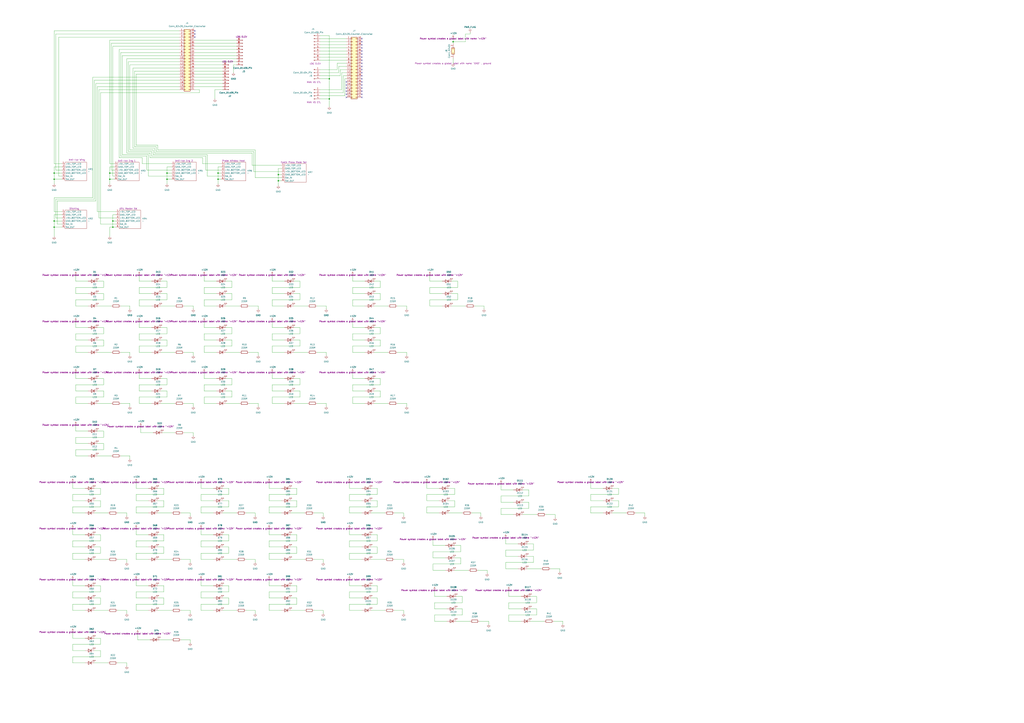
<source format=kicad_sch>
(kicad_sch (version 20250114) (generator "eeschema") (generator_version "9.0")
  (paper "A1")
  (junction (at 137.16 142.24))
  (junction (at 44.45 147.32))
  (junction (at 270.51 81.28))
  (junction (at 179.07 142.24))
  (junction (at 44.45 142.24))
  (junction (at 372.11 34.29))
  (junction (at 228.6 148.59))
  (junction (at 228.6 143.51))
  (junction (at 270.51 64.77))
  (junction (at 92.71 186.69))
  (junction (at 90.17 142.24))
  (junction (at 92.71 181.61))
  (junction (at 137.16 147.32))
  (junction (at 44.45 181.61))
  (junction (at 44.45 186.69))
  (junction (at 90.17 147.32))
  (junction (at 179.07 147.32))
  (no_connect (at 284.48 80.01))
  (no_connect (at 297.18 39.37))
  (no_connect (at 297.18 46.99))
  (no_connect (at 160.02 30.48))
  (no_connect (at 297.18 64.77))
  (no_connect (at 284.48 69.85))
  (no_connect (at 297.18 72.39))
  (no_connect (at 297.18 36.83))
  (no_connect (at 297.18 69.85))
  (no_connect (at 297.18 44.45))
  (no_connect (at 297.18 34.29))
  (no_connect (at 297.18 80.01))
  (no_connect (at 297.18 77.47))
  (no_connect (at 284.48 72.39))
  (no_connect (at 297.18 49.53))
  (no_connect (at 284.48 77.47))
  (no_connect (at 297.18 62.23))
  (no_connect (at 297.18 74.93))
  (no_connect (at 297.18 52.07))
  (no_connect (at 297.18 57.15))
  (no_connect (at 284.48 74.93))
  (no_connect (at 160.02 25.4))
  (no_connect (at 297.18 67.31))
  (no_connect (at 160.02 27.94))
  (no_connect (at 297.18 59.69))
  (no_connect (at 297.18 31.75))
  (no_connect (at 284.48 67.31))
  (no_connect (at 297.18 54.61))
  (no_connect (at 297.18 41.91))
  (wire (pts (xy 111.76 406.4) (xy 134.62 406.4)))
  (wire (pts (xy 121.92 421.64) (xy 111.76 421.64)))
  (wire (pts (xy 270.51 29.21) (xy 270.51 64.77)))
  (wire (pts (xy 62.23 226.06) (xy 62.23 231.14)))
  (wire (pts (xy 287.02 501.65) (xy 287.02 496.57)))
  (wire (pts (xy 204.47 289.56) (xy 212.09 289.56)))
  (wire (pts (xy 485.14 411.48) (xy 485.14 406.4)))
  (wire (pts (xy 223.52 279.4) (xy 223.52 274.32)))
  (wire (pts (xy 243.84 454.66) (xy 243.84 449.58)))
  (wire (pts (xy 289.56 274.32) (xy 312.42 274.32)))
  (wire (pts (xy 59.69 486.41) (xy 82.55 486.41)))
  (wire (pts (xy 129.54 459.74) (xy 140.97 459.74)))
  (wire (pts (xy 165.1 454.66) (xy 187.96 454.66)))
  (wire (pts (xy 279.4 62.23) (xy 279.4 57.15)))
  (wire (pts (xy 289.56 251.46) (xy 289.56 246.38)))
  (wire (pts (xy 231.14 421.64) (xy 220.98 421.64)))
  (wire (pts (xy 440.69 490.22) (xy 435.61 490.22)))
  (wire (pts (xy 231.14 138.43) (xy 228.6 138.43)))
  (wire (pts (xy 160.02 66.04) (xy 182.88 66.04)))
  (wire (pts (xy 304.8 421.64) (xy 316.23 421.64)))
  (wire (pts (xy 50.8 173.99) (xy 44.45 173.99)))
  (wire (pts (xy 220.98 481.33) (xy 231.14 481.33)))
  (wire (pts (xy 160.02 43.18) (xy 194.31 43.18)))
  (wire (pts (xy 44.45 137.16) (xy 50.8 137.16)))
  (wire (pts (xy 148.59 459.74) (xy 156.21 459.74)))
  (wire (pts (xy 80.01 173.99) (xy 80.01 71.12)))
  (wire (pts (xy 326.39 331.47) (xy 334.01 331.47)))
  (wire (pts (xy 111.76 501.65) (xy 111.76 496.57)))
  (wire (pts (xy 267.97 331.47) (xy 267.97 334.01)))
  (wire (pts (xy 166.37 129.54) (xy 123.19 129.54)))
  (wire (pts (xy 137.16 326.39) (xy 137.16 321.31)))
  (wire (pts (xy 231.14 459.74) (xy 220.98 459.74)))
  (wire (pts (xy 114.3 306.07) (xy 114.3 311.15)))
  (wire (pts (xy 175.26 449.58) (xy 165.1 449.58)))
  (wire (pts (xy 181.61 134.62) (xy 166.37 134.62)))
  (wire (pts (xy 137.16 274.32) (xy 137.16 269.24)))
  (wire (pts (xy 201.93 501.65) (xy 209.55 501.65)))
  (wire (pts (xy 289.56 316.23) (xy 312.42 316.23)))
  (wire (pts (xy 167.64 321.31) (xy 167.64 316.23)))
  (wire (pts (xy 114.3 246.38) (xy 137.16 246.38)))
  (wire (pts (xy 106.68 251.46) (xy 106.68 254)))
  (wire (pts (xy 375.92 231.14) (xy 370.84 231.14)))
  (wire (pts (xy 223.52 306.07) (xy 223.52 311.15)))
  (wire (pts (xy 299.72 251.46) (xy 289.56 251.46)))
  (wire (pts (xy 46.99 184.15) (xy 46.99 165.1)))
  (wire (pts (xy 187.96 401.32) (xy 182.88 401.32)))
  (wire (pts (xy 137.16 147.32) (xy 137.16 142.24)))
  (wire (pts (xy 350.52 411.48) (xy 350.52 406.4)))
  (wire (pts (xy 190.5 316.23) (xy 190.5 311.15)))
  (wire (pts (xy 220.98 486.41) (xy 243.84 486.41)))
  (wire (pts (xy 106.68 289.56) (xy 106.68 292.1)))
  (wire (pts (xy 283.21 78.74) (xy 283.21 64.77)))
  (wire (pts (xy 176.53 73.66) (xy 182.88 73.66)))
  (wire (pts (xy 124.46 241.3) (xy 114.3 241.3)))
  (wire (pts (xy 158.75 331.47) (xy 158.75 334.01)))
  (wire (pts (xy 309.88 416.56) (xy 309.88 411.48)))
  (wire (pts (xy 85.09 236.22) (xy 85.09 231.14)))
  (wire (pts (xy 386.08 27.94) (xy 386.08 26.67)))
  (wire (pts (xy 82.55 76.2) (xy 163.83 76.2)))
  (wire (pts (xy 81.28 73.66) (xy 147.32 73.66)))
  (wire (pts (xy 111.76 476.25) (xy 111.76 481.33)))
  (wire (pts (xy 334.01 251.46) (xy 334.01 254)))
  (wire (pts (xy 182.88 501.65) (xy 194.31 501.65)))
  (wire (pts (xy 151.13 289.56) (xy 158.75 289.56)))
  (wire (pts (xy 110.49 58.42) (xy 110.49 120.65)))
  (wire (pts (xy 90.17 134.62) (xy 93.98 134.62)))
  (wire (pts (xy 62.23 321.31) (xy 62.23 316.23)))
  (wire (pts (xy 167.64 331.47) (xy 167.64 326.39)))
  (wire (pts (xy 287.02 454.66) (xy 309.88 454.66)))
  (wire (pts (xy 106.68 53.34) (xy 147.32 53.34)))
  (wire (pts (xy 312.42 284.48) (xy 312.42 279.4)))
  (wire (pts (xy 90.17 33.02) (xy 90.17 134.62)))
  (wire (pts (xy 375.92 236.22) (xy 375.92 231.14)))
  (wire (pts (xy 91.44 139.7) (xy 91.44 35.56)))
  (wire (pts (xy 170.18 127) (xy 125.73 127)))
  (wire (pts (xy 96.52 501.65) (xy 104.14 501.65)))
  (wire (pts (xy 97.79 129.54) (xy 97.79 40.64)))
  (wire (pts (xy 287.02 421.64) (xy 287.02 416.56)))
  (wire (pts (xy 387.35 421.64) (xy 394.97 421.64)))
  (wire (pts (xy 289.56 241.3) (xy 289.56 236.22)))
  (wire (pts (xy 45.72 139.7) (xy 50.8 139.7)))
  (wire (pts (xy 289.56 279.4) (xy 289.56 274.32)))
  (wire (pts (xy 69.85 421.64) (xy 59.69 421.64)))
  (wire (pts (xy 365.76 458.47) (xy 355.6 458.47)))
  (wire (pts (xy 165.1 501.65) (xy 165.1 496.57)))
  (wire (pts (xy 262.89 81.28) (xy 270.51 81.28)))
  (wire (pts (xy 417.83 490.22) (xy 427.99 490.22)))
  (wire (pts (xy 415.29 447.04) (xy 425.45 447.04)))
  (wire (pts (xy 289.56 289.56) (xy 289.56 284.48)))
  (wire (pts (xy 114.3 326.39) (xy 137.16 326.39)))
  (wire (pts (xy 44.45 137.16) (xy 44.45 142.24)))
  (wire (pts (xy 363.22 251.46) (xy 353.06 251.46)))
  (wire (pts (xy 80.01 331.47) (xy 91.44 331.47)))
  (wire (pts (xy 220.98 459.74) (xy 220.98 454.66)))
  (wire (pts (xy 262.89 39.37) (xy 284.48 39.37)))
  (wire (pts (xy 231.14 411.48) (xy 220.98 411.48)))
  (wire (pts (xy 114.3 226.06) (xy 114.3 231.14)))
  (wire (pts (xy 85.09 269.24) (xy 80.01 269.24)))
  (wire (pts (xy 190.5 236.22) (xy 190.5 231.14)))
  (wire (pts (xy 115.57 355.6) (xy 125.73 355.6)))
  (wire (pts (xy 260.35 289.56) (xy 267.97 289.56)))
  (wire (pts (xy 114.3 311.15) (xy 124.46 311.15)))
  (wire (pts (xy 77.47 544.83) (xy 88.9 544.83)))
  (wire (pts (xy 151.13 355.6) (xy 158.75 355.6)))
  (wire (pts (xy 46.99 165.1) (xy 78.74 165.1)))
  (wire (pts (xy 167.64 306.07) (xy 167.64 311.15)))
  (wire (pts (xy 223.52 231.14) (xy 233.68 231.14)))
  (wire (pts (xy 262.89 64.77) (xy 270.51 64.77)))
  (wire (pts (xy 167.64 326.39) (xy 190.5 326.39)))
  (wire (pts (xy 190.5 321.31) (xy 185.42 321.31)))
  (wire (pts (xy 289.56 231.14) (xy 299.72 231.14)))
  (wire (pts (xy 160.02 63.5) (xy 182.88 63.5)))
  (wire (pts (xy 72.39 364.49) (xy 62.23 364.49)))
  (wire (pts (xy 91.44 35.56) (xy 147.32 35.56)))
  (wire (pts (xy 59.69 481.33) (xy 69.85 481.33)))
  (wire (pts (xy 223.52 331.47) (xy 223.52 326.39)))
  (wire (pts (xy 160.02 50.8) (xy 194.31 50.8)))
  (wire (pts (xy 85.09 316.23) (xy 85.09 311.15)))
  (wire (pts (xy 378.46 458.47) (xy 373.38 458.47)))
  (wire (pts (xy 92.71 38.1) (xy 92.71 144.78)))
  (wire (pts (xy 82.55 444.5) (xy 82.55 439.42)))
  (wire (pts (xy 438.15 457.2) (xy 433.07 457.2)))
  (wire (pts (xy 231.14 449.58) (xy 220.98 449.58)))
  (wire (pts (xy 367.03 510.54) (xy 356.87 510.54)))
  (wire (pts (xy 185.42 289.56) (xy 196.85 289.56)))
  (wire (pts (xy 105.41 124.46) (xy 124.46 124.46)))
  (wire (pts (xy 123.19 125.73) (xy 104.14 125.73)))
  (wire (pts (xy 116.84 134.62) (xy 116.84 129.54)))
  (wire (pts (xy 287.02 406.4) (xy 309.88 406.4)))
  (wire (pts (xy 82.55 401.32) (xy 77.47 401.32)))
  (wire (pts (xy 69.85 449.58) (xy 59.69 449.58)))
  (wire (pts (xy 241.3 289.56) (xy 252.73 289.56)))
  (wire (pts (xy 121.92 127) (xy 100.33 127)))
  (wire (pts (xy 160.02 40.64) (xy 194.31 40.64)))
  (wire (pts (xy 355.6 443.23) (xy 355.6 448.31)))
  (wire (pts (xy 270.51 64.77) (xy 270.51 81.28)))
  (wire (pts (xy 147.32 27.94) (xy 45.72 27.94)))
  (wire (pts (xy 69.85 534.67) (xy 59.69 534.67)))
  (wire (pts (xy 382.27 27.94) (xy 386.08 27.94)))
  (wire (pts (xy 417.83 505.46) (xy 440.69 505.46)))
  (wire (pts (xy 182.88 421.64) (xy 194.31 421.64)))
  (wire (pts (xy 392.43 468.63) (xy 400.05 468.63)))
  (wire (pts (xy 62.23 284.48) (xy 85.09 284.48)))
  (wire (pts (xy 77.47 501.65) (xy 88.9 501.65)))
  (wire (pts (xy 104.14 48.26) (xy 147.32 48.26)))
  (wire (pts (xy 241.3 331.47) (xy 252.73 331.47)))
  (wire (pts (xy 177.8 251.46) (xy 167.64 251.46)))
  (wire (pts (xy 289.56 326.39) (xy 312.42 326.39)))
  (wire (pts (xy 262.89 44.45) (xy 284.48 44.45)))
  (wire (pts (xy 204.47 251.46) (xy 212.09 251.46)))
  (wire (pts (xy 95.25 173.99) (xy 80.01 173.99)))
  (wire (pts (xy 356.87 485.14) (xy 356.87 490.22)))
  (wire (pts (xy 238.76 459.74) (xy 250.19 459.74)))
  (wire (pts (xy 438.15 462.28) (xy 438.15 457.2)))
  (wire (pts (xy 287.02 401.32) (xy 297.18 401.32)))
  (wire (pts (xy 455.93 422.91) (xy 455.93 425.45)))
  (wire (pts (xy 90.17 186.69) (xy 92.71 186.69)))
  (wire (pts (xy 201.93 421.64) (xy 209.55 421.64)))
  (wire (pts (xy 167.64 246.38) (xy 190.5 246.38)))
  (wire (pts (xy 187.96 486.41) (xy 187.96 481.33)))
  (wire (pts (xy 167.64 311.15) (xy 177.8 311.15)))
  (wire (pts (xy 165.1 444.5) (xy 187.96 444.5)))
  (wire (pts (xy 243.84 449.58) (xy 238.76 449.58)))
  (wire (pts (xy 165.1 459.74) (xy 165.1 454.66)))
  (wire (pts (xy 96.52 421.64) (xy 104.14 421.64)))
  (wire (pts (xy 114.3 274.32) (xy 137.16 274.32)))
  (wire (pts (xy 289.56 321.31) (xy 289.56 316.23)))
  (wire (pts (xy 356.87 505.46) (xy 379.73 505.46)))
  (wire (pts (xy 312.42 326.39) (xy 312.42 321.31)))
  (wire (pts (xy 434.34 407.67) (xy 434.34 402.59)))
  (wire (pts (xy 82.55 529.59) (xy 82.55 524.51)))
  (wire (pts (xy 309.88 491.49) (xy 304.8 491.49)))
  (wire (pts (xy 151.13 331.47) (xy 158.75 331.47)))
  (wire (pts (xy 137.16 142.24) (xy 137.16 137.16)))
  (wire (pts (xy 111.76 496.57) (xy 134.62 496.57)))
  (wire (pts (xy 111.76 439.42) (xy 121.92 439.42)))
  (wire (pts (xy 187.96 411.48) (xy 182.88 411.48)))
  (wire (pts (xy 265.43 459.74) (xy 265.43 462.28)))
  (wire (pts (xy 132.08 251.46) (xy 143.51 251.46)))
  (wire (pts (xy 287.02 486.41) (xy 309.88 486.41)))
  (wire (pts (xy 167.64 226.06) (xy 167.64 231.14)))
  (wire (pts (xy 160.02 38.1) (xy 194.31 38.1)))
  (wire (pts (xy 378.46 463.55) (xy 378.46 458.47)))
  (wire (pts (xy 72.39 279.4) (xy 62.23 279.4)))
  (wire (pts (xy 289.56 236.22) (xy 312.42 236.22)))
  (wire (pts (xy 280.67 59.69) (xy 284.48 59.69)))
  (wire (pts (xy 323.85 421.64) (xy 331.47 421.64)))
  (wire (pts (xy 375.92 241.3) (xy 370.84 241.3)))
  (wire (pts (xy 134.62 496.57) (xy 134.62 491.49)))
  (wire (pts (xy 360.68 421.64) (xy 350.52 421.64)))
  (wire (pts (xy 120.65 128.27) (xy 120.65 139.7)))
  (wire (pts (xy 190.5 326.39) (xy 190.5 321.31)))
  (wire (pts (xy 147.32 50.8) (xy 105.41 50.8)))
  (wire (pts (xy 411.48 407.67) (xy 434.34 407.67)))
  (wire (pts (xy 45.72 179.07) (xy 50.8 179.07)))
  (wire (pts (xy 148.59 525.78) (xy 156.21 525.78)))
  (wire (pts (xy 111.76 416.56) (xy 134.62 416.56)))
  (wire (pts (xy 231.14 501.65) (xy 220.98 501.65)))
  (wire (pts (xy 246.38 241.3) (xy 241.3 241.3)))
  (wire (pts (xy 356.87 500.38) (xy 356.87 495.3)))
  (wire (pts (xy 452.12 467.36) (xy 459.74 467.36)))
  (wire (pts (xy 297.18 411.48) (xy 287.02 411.48)))
  (wire (pts (xy 287.02 459.74) (xy 287.02 454.66)))
  (wire (pts (xy 104.14 125.73) (xy 104.14 48.26)))
  (wire (pts (xy 179.07 137.16) (xy 179.07 142.24)))
  (wire (pts (xy 59.69 416.56) (xy 82.55 416.56)))
  (wire (pts (xy 123.19 129.54) (xy 123.19 125.73)))
  (wire (pts (xy 220.98 416.56) (xy 243.84 416.56)))
  (wire (pts (xy 370.84 251.46) (xy 382.27 251.46)))
  (wire (pts (xy 415.29 441.96) (xy 415.29 447.04)))
  (wire (pts (xy 334.01 331.47) (xy 334.01 334.01)))
  (wire (pts (xy 62.23 251.46) (xy 62.23 246.38)))
  (wire (pts (xy 62.23 306.07) (xy 62.23 311.15)))
  (wire (pts (xy 77.47 66.04) (xy 77.47 163.83)))
  (wire (pts (xy 262.89 78.74) (xy 283.21 78.74)))
  (wire (pts (xy 137.16 269.24) (xy 132.08 269.24)))
  (wire (pts (xy 379.73 500.38) (xy 374.65 500.38)))
  (wire (pts (xy 134.62 486.41) (xy 134.62 481.33)))
  (wire (pts (xy 82.55 406.4) (xy 82.55 401.32)))
  (wire (pts (xy 223.52 251.46) (xy 223.52 246.38)))
  (wire (pts (xy 95.25 179.07) (xy 81.28 179.07)))
  (wire (pts (xy 411.48 397.51) (xy 411.48 402.59)))
  (wire (pts (xy 104.14 421.64) (xy 104.14 424.18)))
  (wire (pts (xy 110.49 120.65) (xy 128.27 120.65)))
  (wire (pts (xy 62.23 236.22) (xy 85.09 236.22)))
  (wire (pts (xy 262.89 29.21) (xy 270.51 29.21)))
  (wire (pts (xy 246.38 246.38) (xy 246.38 241.3)))
  (wire (pts (xy 85.09 241.3) (xy 80.01 241.3)))
  (wire (pts (xy 262.89 31.75) (xy 284.48 31.75)))
  (wire (pts (xy 187.96 406.4) (xy 187.96 401.32)))
  (wire (pts (xy 44.45 181.61) (xy 44.45 176.53)))
  (wire (pts (xy 134.62 454.66) (xy 134.62 449.58)))
  (wire (pts (xy 111.76 119.38) (xy 111.76 60.96)))
  (wire (pts (xy 415.29 457.2) (xy 415.29 452.12)))
  (wire (pts (xy 85.09 274.32) (xy 85.09 269.24)))
  (wire (pts (xy 417.83 485.14) (xy 417.83 490.22)))
  (wire (pts (xy 246.38 279.4) (xy 241.3 279.4)))
  (wire (pts (xy 137.16 137.16) (xy 140.97 137.16)))
  (wire (pts (xy 85.09 284.48) (xy 85.09 279.4)))
  (wire (pts (xy 127 121.92) (xy 109.22 121.92)))
  (wire (pts (xy 223.52 241.3) (xy 223.52 236.22)))
  (wire (pts (xy 220.98 449.58) (xy 220.98 444.5)))
  (wire (pts (xy 82.55 454.66) (xy 82.55 449.58)))
  (wire (pts (xy 113.03 520.7) (xy 113.03 525.78)))
  (wire (pts (xy 233.68 241.3) (xy 223.52 241.3)))
  (wire (pts (xy 309.88 486.41) (xy 309.88 481.33)))
  (wire (pts (xy 393.7 510.54) (xy 401.32 510.54)))
  (wire (pts (xy 121.92 459.74) (xy 111.76 459.74)))
  (wire (pts (xy 299.72 241.3) (xy 289.56 241.3)))
  (wire (pts (xy 485.14 406.4) (xy 508 406.4)))
  (wire (pts (xy 415.29 452.12) (xy 438.15 452.12)))
  (wire (pts (xy 485.14 416.56) (xy 508 416.56)))
  (wire (pts (xy 223.52 321.31) (xy 223.52 316.23)))
  (wire (pts (xy 85.09 231.14) (xy 80.01 231.14)))
  (wire (pts (xy 147.32 38.1) (xy 92.71 38.1)))
  (wire (pts (xy 44.45 134.62) (xy 50.8 134.62)))
  (wire (pts (xy 160.02 33.02) (xy 194.31 33.02)))
  (wire (pts (xy 220.98 401.32) (xy 231.14 401.32)))
  (wire (pts (xy 69.85 544.83) (xy 59.69 544.83)))
  (wire (pts (xy 287.02 396.24) (xy 287.02 401.32)))
  (wire (pts (xy 69.85 459.74) (xy 59.69 459.74)))
  (wire (pts (xy 111.76 481.33) (xy 121.92 481.33)))
  (wire (pts (xy 134.62 401.32) (xy 129.54 401.32)))
  (wire (pts (xy 44.45 147.32) (xy 44.45 151.13)))
  (wire (pts (xy 134.62 406.4) (xy 134.62 401.32)))
  (wire (pts (xy 160.02 60.96) (xy 182.88 60.96)))
  (wire (pts (xy 209.55 146.05) (xy 209.55 123.19)))
  (wire (pts (xy 167.64 251.46) (xy 167.64 246.38)))
  (wire (pts (xy 170.18 144.78) (xy 170.18 127)))
  (wire (pts (xy 96.52 459.74) (xy 104.14 459.74)))
  (wire (pts (xy 80.01 251.46) (xy 91.44 251.46)))
  (wire (pts (xy 106.68 331.47) (xy 106.68 334.01)))
  (wire (pts (xy 125.73 127) (xy 125.73 123.19)))
  (wire (pts (xy 109.22 55.88) (xy 147.32 55.88)))
  (wire (pts (xy 59.69 434.34) (xy 59.69 439.42)))
  (wire (pts (xy 160.02 68.58) (xy 182.88 68.58)))
  (wire (pts (xy 44.45 194.31) (xy 44.45 186.69)))
  (wire (pts (xy 246.38 316.23) (xy 246.38 311.15)))
  (wire (pts (xy 59.69 444.5) (xy 82.55 444.5)))
  (wire (pts (xy 448.31 422.91) (xy 455.93 422.91)))
  (wire (pts (xy 297.18 501.65) (xy 287.02 501.65)))
  (wire (pts (xy 44.45 147.32) (xy 50.8 147.32)))
  (wire (pts (xy 209.55 421.64) (xy 209.55 424.18)))
  (wire (pts (xy 167.64 236.22) (xy 190.5 236.22)))
  (wire (pts (xy 262.89 57.15) (xy 276.86 57.15)))
  (wire (pts (xy 124.46 331.47) (xy 114.3 331.47)))
  (wire (pts (xy 417.83 510.54) (xy 417.83 505.46)))
  (wire (pts (xy 167.64 284.48) (xy 190.5 284.48)))
  (wire (pts (xy 111.76 411.48) (xy 111.76 406.4)))
  (wire (pts (xy 241.3 251.46) (xy 252.73 251.46)))
  (wire (pts (xy 106.68 374.65) (xy 106.68 377.19)))
  (wire (pts (xy 92.71 176.53) (xy 95.25 176.53)))
  (wire (pts (xy 137.16 231.14) (xy 132.08 231.14)))
  (wire (pts (xy 80.01 71.12) (xy 147.32 71.12)))
  (wire (pts (xy 309.88 496.57) (xy 309.88 491.49)))
  (wire (pts (xy 356.87 510.54) (xy 356.87 505.46)))
  (wire (pts (xy 262.89 46.99) (xy 284.48 46.99)))
  (wire (pts (xy 134.62 439.42) (xy 129.54 439.42)))
  (wire (pts (xy 331.47 501.65) (xy 331.47 504.19)))
  (wire (pts (xy 207.01 135.89) (xy 207.01 125.73)))
  (wire (pts (xy 379.73 505.46) (xy 379.73 500.38)))
  (wire (pts (xy 137.16 284.48) (xy 137.16 279.4)))
  (wire (pts (xy 297.18 421.64) (xy 287.02 421.64)))
  (wire (pts (xy 69.85 501.65) (xy 59.69 501.65)))
  (wire (pts (xy 124.46 128.27) (xy 168.91 128.27)))
  (wire (pts (xy 82.55 411.48) (xy 77.47 411.48)))
  (wire (pts (xy 353.06 236.22) (xy 375.92 236.22)))
  (wire (pts (xy 82.55 416.56) (xy 82.55 411.48)))
  (wire (pts (xy 287.02 496.57) (xy 309.88 496.57)))
  (wire (pts (xy 190.5 311.15) (xy 185.42 311.15)))
  (wire (pts (xy 166.37 134.62) (xy 166.37 129.54)))
  (wire (pts (xy 312.42 316.23) (xy 312.42 311.15)))
  (wire (pts (xy 62.23 269.24) (xy 72.39 269.24)))
  (wire (pts (xy 307.34 331.47) (xy 318.77 331.47)))
  (wire (pts (xy 389.89 251.46) (xy 397.51 251.46)))
  (wire (pts (xy 411.48 412.75) (xy 411.48 407.67)))
  (wire (pts (xy 372.11 31.75) (xy 372.11 34.29)))
  (wire (pts (xy 433.07 467.36) (xy 444.5 467.36)))
  (wire (pts (xy 128.27 124.46) (xy 208.28 124.46)))
  (wire (pts (xy 243.84 416.56) (xy 243.84 411.48)))
  (wire (pts (xy 165.1 421.64) (xy 165.1 416.56)))
  (wire (pts (xy 373.38 468.63) (xy 384.81 468.63)))
  (wire (pts (xy 92.71 144.78) (xy 93.98 144.78)))
  (wire (pts (xy 233.68 321.31) (xy 223.52 321.31)))
  (wire (pts (xy 257.81 459.74) (xy 265.43 459.74)))
  (wire (pts (xy 190.5 269.24) (xy 185.42 269.24)))
  (wire (pts (xy 440.69 495.3) (xy 440.69 490.22)))
  (wire (pts (xy 147.32 58.42) (xy 110.49 58.42)))
  (wire (pts (xy 175.26 411.48) (xy 165.1 411.48)))
  (wire (pts (xy 92.71 181.61) (xy 92.71 176.53)))
  (wire (pts (xy 375.92 246.38) (xy 375.92 241.3)))
  (wire (pts (xy 289.56 269.24) (xy 299.72 269.24)))
  (wire (pts (xy 297.18 459.74) (xy 287.02 459.74)))
  (wire (pts (xy 137.16 142.24) (xy 140.97 142.24)))
  (wire (pts (xy 287.02 416.56) (xy 309.88 416.56)))
  (wire (pts (xy 137.16 151.13) (xy 137.16 147.32)))
  (wire (pts (xy 220.98 406.4) (xy 243.84 406.4)))
  (wire (pts (xy 160.02 45.72) (xy 194.31 45.72)))
  (wire (pts (xy 165.1 486.41) (xy 187.96 486.41)))
  (wire (pts (xy 394.97 421.64) (xy 394.97 424.18)))
  (wire (pts (xy 124.46 279.4) (xy 114.3 279.4)))
  (wire (pts (xy 187.96 481.33) (xy 182.88 481.33)))
  (wire (pts (xy 44.45 186.69) (xy 44.45 181.61)))
  (wire (pts (xy 262.89 73.66) (xy 280.67 73.66)))
  (wire (pts (xy 243.84 491.49) (xy 238.76 491.49)))
  (wire (pts (xy 175.26 421.64) (xy 165.1 421.64)))
  (wire (pts (xy 62.23 364.49) (xy 62.23 359.41)))
  (wire (pts (xy 82.55 439.42) (xy 77.47 439.42)))
  (wire (pts (xy 378.46 453.39) (xy 378.46 448.31)))
  (wire (pts (xy 309.88 454.66) (xy 309.88 449.58)))
  (wire (pts (xy 181.61 144.78) (xy 170.18 144.78)))
  (wire (pts (xy 281.94 62.23) (xy 284.48 62.23)))
  (wire (pts (xy 427.99 500.38) (xy 417.83 500.38)))
  (wire (pts (xy 167.64 269.24) (xy 177.8 269.24)))
  (wire (pts (xy 129.54 119.38) (xy 111.76 119.38)))
  (wire (pts (xy 276.86 52.07) (xy 284.48 52.07)))
  (wire (pts (xy 168.91 139.7) (xy 181.61 139.7)))
  (wire (pts (xy 59.69 449.58) (xy 59.69 444.5)))
  (wire (pts (xy 220.98 439.42) (xy 231.14 439.42)))
  (wire (pts (xy 85.09 321.31) (xy 80.01 321.31)))
  (wire (pts (xy 353.06 226.06) (xy 353.06 231.14)))
  (wire (pts (xy 85.09 311.15) (xy 80.01 311.15)))
  (wire (pts (xy 99.06 43.18) (xy 99.06 128.27)))
  (wire (pts (xy 134.62 481.33) (xy 129.54 481.33)))
  (wire (pts (xy 323.85 501.65) (xy 331.47 501.65)))
  (wire (pts (xy 93.98 139.7) (xy 91.44 139.7)))
  (wire (pts (xy 129.54 501.65) (xy 140.97 501.65)))
  (wire (pts (xy 80.01 289.56) (xy 91.44 289.56)))
  (wire (pts (xy 379.73 490.22) (xy 374.65 490.22)))
  (wire (pts (xy 289.56 284.48) (xy 312.42 284.48)))
  (wire (pts (xy 165.1 496.57) (xy 187.96 496.57)))
  (wire (pts (xy 124.46 251.46) (xy 114.3 251.46)))
  (wire (pts (xy 262.89 62.23) (xy 279.4 62.23)))
  (wire (pts (xy 95.25 181.61) (xy 92.71 181.61)))
  (wire (pts (xy 265.43 501.65) (xy 265.43 504.19)))
  (wire (pts (xy 287.02 434.34) (xy 287.02 439.42)))
  (wire (pts (xy 114.3 269.24) (xy 124.46 269.24)))
  (wire (pts (xy 156.21 501.65) (xy 156.21 504.19)))
  (wire (pts (xy 265.43 421.64) (xy 265.43 424.18)))
  (wire (pts (xy 312.42 279.4) (xy 307.34 279.4)))
  (wire (pts (xy 62.23 274.32) (xy 85.09 274.32)))
  (wire (pts (xy 137.16 316.23) (xy 137.16 311.15)))
  (wire (pts (xy 72.39 374.65) (xy 62.23 374.65)))
  (wire (pts (xy 223.52 236.22) (xy 246.38 236.22)))
  (wire (pts (xy 208.28 140.97) (xy 231.14 140.97)))
  (wire (pts (xy 411.48 417.83) (xy 434.34 417.83)))
  (wire (pts (xy 355.6 463.55) (xy 378.46 463.55)))
  (wire (pts (xy 212.09 251.46) (xy 212.09 254)))
  (wire (pts (xy 233.68 289.56) (xy 223.52 289.56)))
  (wire (pts (xy 134.62 416.56) (xy 134.62 411.48)))
  (wire (pts (xy 92.71 186.69) (xy 92.71 181.61)))
  (wire (pts (xy 243.84 439.42) (xy 238.76 439.42)))
  (wire (pts (xy 104.14 501.65) (xy 104.14 504.19)))
  (wire (pts (xy 140.97 134.62) (xy 116.84 134.62)))
  (wire (pts (xy 167.64 231.14) (xy 177.8 231.14)))
  (wire (pts (xy 190.5 231.14) (xy 185.42 231.14)))
  (wire (pts (xy 44.45 186.69) (xy 50.8 186.69)))
  (wire (pts (xy 243.84 496.57) (xy 243.84 491.49)))
  (wire (pts (xy 80.01 374.65) (xy 91.44 374.65)))
  (wire (pts (xy 228.6 148.59) (xy 231.14 148.59)))
  (wire (pts (xy 151.13 251.46) (xy 158.75 251.46)))
  (wire (pts (xy 312.42 269.24) (xy 307.34 269.24)))
  (wire (pts (xy 231.14 143.51) (xy 228.6 143.51)))
  (wire (pts (xy 289.56 264.16) (xy 289.56 269.24)))
  (wire (pts (xy 90.17 147.32) (xy 90.17 142.24)))
  (wire (pts (xy 182.88 459.74) (xy 194.31 459.74)))
  (wire (pts (xy 50.8 184.15) (xy 46.99 184.15)))
  (wire (pts (xy 90.17 194.31) (xy 90.17 186.69)))
  (wire (pts (xy 502.92 421.64) (xy 514.35 421.64)))
  (wire (pts (xy 59.69 496.57) (xy 82.55 496.57)))
  (wire (pts (xy 158.75 289.56) (xy 158.75 292.1)))
  (wire (pts (xy 246.38 284.48) (xy 246.38 279.4)))
  (wire (pts (xy 111.76 60.96) (xy 147.32 60.96)))
  (wire (pts (xy 363.22 241.3) (xy 353.06 241.3)))
  (wire (pts (xy 76.2 63.5) (xy 147.32 63.5)))
  (wire (pts (xy 289.56 246.38) (xy 312.42 246.38)))
  (wire (pts (xy 246.38 231.14) (xy 241.3 231.14)))
  (wire (pts (xy 44.45 181.61) (xy 50.8 181.61)))
  (wire (pts (xy 127 125.73) (xy 127 121.92)))
  (wire (pts (xy 181.61 142.24) (xy 179.07 142.24)))
  (wire (pts (xy 72.39 289.56) (xy 62.23 289.56)))
  (wire (pts (xy 167.64 279.4) (xy 167.64 274.32)))
  (wire (pts (xy 111.76 434.34) (xy 111.76 439.42)))
  (wire (pts (xy 378.46 448.31) (xy 373.38 448.31)))
  (wire (pts (xy 121.92 501.65) (xy 111.76 501.65)))
  (wire (pts (xy 353.06 251.46) (xy 353.06 246.38)))
  (wire (pts (xy 223.52 269.24) (xy 233.68 269.24)))
  (wire (pts (xy 82.55 491.49) (xy 77.47 491.49)))
  (wire (pts (xy 132.08 289.56) (xy 143.51 289.56)))
  (wire (pts (xy 76.2 162.56) (xy 76.2 63.5)))
  (wire (pts (xy 105.41 50.8) (xy 105.41 124.46)))
  (wire (pts (xy 59.69 524.51) (xy 69.85 524.51)))
  (wire (pts (xy 309.88 449.58) (xy 304.8 449.58)))
  (wire (pts (xy 287.02 481.33) (xy 297.18 481.33)))
  (wire (pts (xy 111.76 486.41) (xy 134.62 486.41)))
  (wire (pts (xy 350.52 406.4) (xy 373.38 406.4)))
  (wire (pts (xy 485.14 401.32) (xy 495.3 401.32)))
  (wire (pts (xy 165.1 411.48) (xy 165.1 406.4)))
  (wire (pts (xy 350.52 421.64) (xy 350.52 416.56)))
  (wire (pts (xy 459.74 467.36) (xy 459.74 469.9)))
  (wire (pts (xy 212.09 289.56) (xy 212.09 292.1)))
  (wire (pts (xy 69.85 411.48) (xy 59.69 411.48)))
  (wire (pts (xy 228.6 143.51) (xy 228.6 148.59)))
  (wire (pts (xy 201.93 459.74) (xy 209.55 459.74)))
  (wire (pts (xy 374.65 510.54) (xy 386.08 510.54)))
  (wire (pts (xy 99.06 289.56) (xy 106.68 289.56)))
  (wire (pts (xy 440.69 500.38) (xy 435.61 500.38)))
  (wire (pts (xy 220.98 444.5) (xy 243.84 444.5)))
  (wire (pts (xy 99.06 128.27) (xy 120.65 128.27)))
  (wire (pts (xy 62.23 311.15) (xy 72.39 311.15)))
  (wire (pts (xy 228.6 152.4) (xy 228.6 148.59)))
  (wire (pts (xy 44.45 176.53) (xy 50.8 176.53)))
  (wire (pts (xy 220.98 434.34) (xy 220.98 439.42)))
  (wire (pts (xy 137.16 279.4) (xy 132.08 279.4)))
  (wire (pts (xy 312.42 311.15) (xy 307.34 311.15)))
  (wire (pts (xy 262.89 34.29) (xy 284.48 34.29)))
  (wire (pts (xy 508 401.32) (xy 502.92 401.32)))
  (wire (pts (xy 417.83 500.38) (xy 417.83 495.3)))
  (wire (pts (xy 243.84 444.5) (xy 243.84 439.42)))
  (wire (pts (xy 90.17 137.16) (xy 93.98 137.16)))
  (wire (pts (xy 421.64 412.75) (xy 411.48 412.75)))
  (wire (pts (xy 111.76 396.24) (xy 111.76 401.32)))
  (wire (pts (xy 415.29 467.36) (xy 415.29 462.28)))
  (wire (pts (xy 111.76 459.74) (xy 111.76 454.66)))
  (wire (pts (xy 309.88 406.4) (xy 309.88 401.32)))
  (wire (pts (xy 260.35 331.47) (xy 267.97 331.47)))
  (wire (pts (xy 137.16 241.3) (xy 132.08 241.3)))
  (wire (pts (xy 124.46 124.46) (xy 124.46 128.27)))
  (wire (pts (xy 187.96 416.56) (xy 187.96 411.48)))
  (wire (pts (xy 165.1 476.25) (xy 165.1 481.33)))
  (wire (pts (xy 121.92 491.49) (xy 111.76 491.49)))
  (wire (pts (xy 246.38 311.15) (xy 241.3 311.15)))
  (wire (pts (xy 243.84 481.33) (xy 238.76 481.33)))
  (wire (pts (xy 121.92 411.48) (xy 111.76 411.48)))
  (wire (pts (xy 156.21 459.74) (xy 156.21 462.28)))
  (wire (pts (xy 158.75 355.6) (xy 158.75 358.14)))
  (wire (pts (xy 62.23 359.41) (xy 85.09 359.41)))
  (wire (pts (xy 243.84 411.48) (xy 238.76 411.48)))
  (wire (pts (xy 62.23 279.4) (xy 62.23 274.32)))
  (wire (pts (xy 257.81 501.65) (xy 265.43 501.65)))
  (wire (pts (xy 209.55 501.65) (xy 209.55 504.19)))
  (wire (pts (xy 44.45 173.99) (xy 44.45 162.56)))
  (wire (pts (xy 190.5 284.48) (xy 190.5 279.4)))
  (wire (pts (xy 220.98 396.24) (xy 220.98 401.32)))
  (wire (pts (xy 246.38 274.32) (xy 246.38 269.24)))
  (wire (pts (xy 59.69 534.67) (xy 59.69 529.59)))
  (wire (pts (xy 304.8 459.74) (xy 316.23 459.74)))
  (wire (pts (xy 160.02 71.12) (xy 182.88 71.12)))
  (wire (pts (xy 62.23 231.14) (xy 72.39 231.14)))
  (wire (pts (xy 177.8 289.56) (xy 167.64 289.56)))
  (wire (pts (xy 309.88 439.42) (xy 304.8 439.42)))
  (wire (pts (xy 276.86 57.15) (xy 276.86 52.07)))
  (wire (pts (xy 411.48 402.59) (xy 421.64 402.59)))
  (wire (pts (xy 326.39 289.56) (xy 334.01 289.56)))
  (wire (pts (xy 175.26 501.65) (xy 165.1 501.65)))
  (wire (pts (xy 160.02 58.42) (xy 182.88 58.42)))
  (wire (pts (xy 177.8 331.47) (xy 167.64 331.47)))
  (wire (pts (xy 187.96 454.66) (xy 187.96 449.58)))
  (wire (pts (xy 99.06 374.65) (xy 106.68 374.65)))
  (wire (pts (xy 148.59 501.65) (xy 156.21 501.65)))
  (wire (pts (xy 59.69 459.74) (xy 59.69 454.66)))
  (wire (pts (xy 440.69 505.46) (xy 440.69 500.38)))
  (wire (pts (xy 59.69 539.75) (xy 82.55 539.75)))
  (wire (pts (xy 372.11 48.26) (xy 372.11 52.07)))
  (wire (pts (xy 231.14 135.89) (xy 207.01 135.89)))
  (wire (pts (xy 267.97 289.56) (xy 267.97 292.1)))
  (wire (pts (xy 77.47 459.74) (xy 88.9 459.74)))
  (wire (pts (xy 379.73 495.3) (xy 379.73 490.22)))
  (wire (pts (xy 220.98 496.57) (xy 243.84 496.57)))
  (wire (pts (xy 508 411.48) (xy 502.92 411.48)))
  (wire (pts (xy 62.23 369.57) (xy 85.09 369.57)))
  (wire (pts (xy 223.52 311.15) (xy 233.68 311.15)))
  (wire (pts (xy 307.34 289.56) (xy 318.77 289.56)))
  (wire (pts (xy 373.38 406.4) (xy 373.38 401.32)))
  (wire (pts (xy 165.1 439.42) (xy 175.26 439.42)))
  (wire (pts (xy 163.83 73.66) (xy 160.02 73.66)))
  (wire (pts (xy 167.64 241.3) (xy 167.64 236.22)))
  (wire (pts (xy 454.66 510.54) (xy 462.28 510.54)))
  (wire (pts (xy 167.64 316.23) (xy 190.5 316.23)))
  (wire (pts (xy 238.76 421.64) (xy 250.19 421.64)))
  (wire (pts (xy 508 406.4) (xy 508 401.32)))
  (wire (pts (xy 77.47 421.64) (xy 88.9 421.64)))
  (wire (pts (xy 415.29 462.28) (xy 438.15 462.28)))
  (wire (pts (xy 111.76 491.49) (xy 111.76 486.41)))
  (wire (pts (xy 120.65 139.7) (xy 140.97 139.7)))
  (wire (pts (xy 59.69 529.59) (xy 82.55 529.59)))
  (wire (pts (xy 59.69 411.48) (xy 59.69 406.4)))
  (wire (pts (xy 262.89 59.69) (xy 278.13 59.69)))
  (wire (pts (xy 96.52 544.83) (xy 104.14 544.83)))
  (wire (pts (xy 191.77 59.69) (xy 191.77 53.34)))
  (wire (pts (xy 100.33 127) (xy 100.33 45.72)))
  (wire (pts (xy 48.26 30.48) (xy 147.32 30.48)))
  (wire (pts (xy 62.23 326.39) (xy 85.09 326.39)))
  (wire (pts (xy 78.74 68.58) (xy 147.32 68.58)))
  (wire (pts (xy 114.3 331.47) (xy 114.3 326.39)))
  (wire (pts (xy 95.25 186.69) (xy 92.71 186.69)))
  (wire (pts (xy 111.76 401.32) (xy 121.92 401.32)))
  (wire (pts (xy 165.1 434.34) (xy 165.1 439.42)))
  (wire (pts (xy 179.07 142.24) (xy 179.07 147.32)))
  (wire (pts (xy 353.06 246.38) (xy 375.92 246.38)))
  (wire (pts (xy 82.55 524.51) (xy 77.47 524.51)))
  (wire (pts (xy 279.4 57.15) (xy 284.48 57.15)))
  (wire (pts (xy 208.28 124.46) (xy 208.28 140.97)))
  (wire (pts (xy 246.38 236.22) (xy 246.38 231.14)))
  (wire (pts (xy 62.23 316.23) (xy 85.09 316.23)))
  (wire (pts (xy 90.17 142.24) (xy 93.98 142.24)))
  (wire (pts (xy 307.34 251.46) (xy 318.77 251.46)))
  (wire (pts (xy 175.26 491.49) (xy 165.1 491.49)))
  (wire (pts (xy 289.56 226.06) (xy 289.56 231.14)))
  (wire (pts (xy 59.69 396.24) (xy 59.69 401.32)))
  (wire (pts (xy 121.92 449.58) (xy 111.76 449.58)))
  (wire (pts (xy 373.38 411.48) (xy 368.3 411.48)))
  (wire (pts (xy 128.27 120.65) (xy 128.27 124.46)))
  (wire (pts (xy 287.02 476.25) (xy 287.02 481.33)))
  (wire (pts (xy 223.52 284.48) (xy 246.38 284.48)))
  (wire (pts (xy 312.42 246.38) (xy 312.42 241.3)))
  (wire (pts (xy 299.72 289.56) (xy 289.56 289.56)))
  (wire (pts (xy 177.8 321.31) (xy 167.64 321.31)))
  (wire (pts (xy 59.69 439.42) (xy 69.85 439.42)))
  (wire (pts (xy 99.06 331.47) (xy 106.68 331.47)))
  (wire (pts (xy 163.83 76.2) (xy 163.83 73.66)))
  (wire (pts (xy 167.64 264.16) (xy 167.64 269.24)))
  (wire (pts (xy 181.61 137.16) (xy 179.07 137.16)))
  (wire (pts (xy 156.21 525.78) (xy 156.21 528.32)))
  (wire (pts (xy 246.38 326.39) (xy 246.38 321.31)))
  (wire (pts (xy 85.09 364.49) (xy 80.01 364.49)))
  (wire (pts (xy 72.39 321.31) (xy 62.23 321.31)))
  (wire (pts (xy 137.16 311.15) (xy 132.08 311.15)))
  (wire (pts (xy 59.69 454.66) (xy 82.55 454.66)))
  (wire (pts (xy 185.42 331.47) (xy 196.85 331.47)))
  (wire (pts (xy 167.64 274.32) (xy 190.5 274.32)))
  (wire (pts (xy 137.16 321.31) (xy 132.08 321.31)))
  (wire (pts (xy 495.3 421.64) (xy 485.14 421.64)))
  (wire (pts (xy 134.62 449.58) (xy 129.54 449.58)))
  (wire (pts (xy 367.03 500.38) (xy 356.87 500.38)))
  (wire (pts (xy 44.45 162.56) (xy 76.2 162.56)))
  (wire (pts (xy 165.1 481.33) (xy 175.26 481.33)))
  (wire (pts (xy 356.87 490.22) (xy 367.03 490.22)))
  (wire (pts (xy 187.96 491.49) (xy 182.88 491.49)))
  (wire (pts (xy 59.69 491.49) (xy 59.69 486.41)))
  (wire (pts (xy 82.55 486.41) (xy 82.55 481.33)))
  (wire (pts (xy 72.39 241.3) (xy 62.23 241.3)))
  (wire (pts (xy 114.3 264.16) (xy 114.3 269.24)))
  (wire (pts (xy 44.45 142.24) (xy 44.45 147.32)))
  (wire (pts (xy 223.52 326.39) (xy 246.38 326.39)))
  (wire (pts (xy 137.16 147.32) (xy 140.97 147.32)))
  (wire (pts (xy 529.59 421.64) (xy 529.59 424.18)))
  (wire (pts (xy 223.52 246.38) (xy 246.38 246.38)))
  (wire (pts (xy 246.38 321.31) (xy 241.3 321.31)))
  (wire (pts (xy 246.38 269.24) (xy 241.3 269.24)))
  (wire (pts (xy 114.3 284.48) (xy 137.16 284.48)))
  (wire (pts (xy 114.3 231.14) (xy 124.46 231.14)))
  (wire (pts (xy 165.1 401.32) (xy 175.26 401.32)))
  (wire (pts (xy 262.89 41.91) (xy 284.48 41.91)))
  (wire (pts (xy 334.01 289.56) (xy 334.01 292.1)))
  (wire (pts (xy 462.28 510.54) (xy 462.28 513.08)))
  (wire (pts (xy 278.13 59.69) (xy 278.13 54.61)))
  (wire (pts (xy 85.09 354.33) (xy 80.01 354.33)))
  (wire (pts (xy 356.87 495.3) (xy 379.73 495.3)))
  (wire (pts (xy 204.47 331.47) (xy 212.09 331.47)))
  (wire (pts (xy 132.08 331.47) (xy 143.51 331.47)))
  (wire (pts (xy 331.47 421.64) (xy 331.47 424.18)))
  (wire (pts (xy 62.23 246.38) (xy 85.09 246.38)))
  (wire (pts (xy 421.64 422.91) (xy 411.48 422.91)))
  (wire (pts (xy 262.89 36.83) (xy 284.48 36.83)))
  (wire (pts (xy 287.02 449.58) (xy 287.02 444.5)))
  (wire (pts (xy 190.5 246.38) (xy 190.5 241.3)))
  (wire (pts (xy 148.59 421.64) (xy 156.21 421.64)))
  (wire (pts (xy 309.88 444.5) (xy 309.88 439.42)))
  (wire (pts (xy 160.02 53.34) (xy 182.88 53.34)))
  (wire (pts (xy 190.5 274.32) (xy 190.5 269.24)))
  (wire (pts (xy 114.3 279.4) (xy 114.3 274.32)))
  (wire (pts (xy 48.26 30.48) (xy 48.26 144.78)))
  (wire (pts (xy 82.55 184.15) (xy 82.55 76.2)))
  (wire (pts (xy 209.55 123.19) (xy 129.54 123.19)))
  (wire (pts (xy 165.1 449.58) (xy 165.1 444.5)))
  (wire (pts (xy 287.02 439.42) (xy 297.18 439.42)))
  (wire (pts (xy 299.72 321.31) (xy 289.56 321.31)))
  (wire (pts (xy 124.46 321.31) (xy 114.3 321.31)))
  (wire (pts (xy 82.55 539.75) (xy 82.55 534.67)))
  (wire (pts (xy 309.88 411.48) (xy 304.8 411.48)))
  (wire (pts (xy 238.76 501.65) (xy 250.19 501.65)))
  (wire (pts (xy 223.52 316.23) (xy 246.38 316.23)))
  (wire (pts (xy 59.69 544.83) (xy 59.69 539.75)))
  (wire (pts (xy 299.72 331.47) (xy 289.56 331.47)))
  (wire (pts (xy 278.13 54.61) (xy 284.48 54.61)))
  (wire (pts (xy 85.09 369.57) (xy 85.09 364.49)))
  (wire (pts (xy 179.07 151.13) (xy 179.07 147.32)))
  (wire (pts (xy 130.81 525.78) (xy 140.97 525.78)))
  (wire (pts (xy 106.68 123.19) (xy 106.68 53.34)))
  (wire (pts (xy 137.16 246.38) (xy 137.16 241.3)))
  (wire (pts (xy 355.6 448.31) (xy 365.76 448.31)))
  (wire (pts (xy 160.02 48.26) (xy 194.31 48.26)))
  (wire (pts (xy 355.6 458.47) (xy 355.6 453.39)))
  (wire (pts (xy 231.14 491.49) (xy 220.98 491.49)))
  (wire (pts (xy 355.6 468.63) (xy 355.6 463.55)))
  (wire (pts (xy 223.52 226.06) (xy 223.52 231.14)))
  (wire (pts (xy 104.14 459.74) (xy 104.14 462.28)))
  (wire (pts (xy 438.15 452.12) (xy 438.15 447.04)))
  (wire (pts (xy 44.45 25.4) (xy 147.32 25.4)))
  (wire (pts (xy 373.38 401.32) (xy 368.3 401.32)))
  (wire (pts (xy 331.47 459.74) (xy 331.47 462.28)))
  (wire (pts (xy 281.94 76.2) (xy 281.94 62.23)))
  (wire (pts (xy 228.6 138.43) (xy 228.6 143.51)))
  (wire (pts (xy 270.51 81.28) (xy 270.51 87.63)))
  (wire (pts (xy 417.83 495.3) (xy 440.69 495.3)))
  (wire (pts (xy 289.56 306.07) (xy 289.56 311.15)))
  (wire (pts (xy 289.56 311.15) (xy 299.72 311.15)))
  (wire (pts (xy 114.3 321.31) (xy 114.3 316.23)))
  (wire (pts (xy 165.1 406.4) (xy 187.96 406.4)))
  (wire (pts (xy 129.54 421.64) (xy 140.97 421.64)))
  (wire (pts (xy 95.25 184.15) (xy 82.55 184.15)))
  (wire (pts (xy 72.39 251.46) (xy 62.23 251.46)))
  (wire (pts (xy 85.09 279.4) (xy 80.01 279.4)))
  (wire (pts (xy 220.98 411.48) (xy 220.98 406.4)))
  (wire (pts (xy 267.97 251.46) (xy 267.97 254)))
  (wire (pts (xy 48.26 144.78) (xy 50.8 144.78)))
  (wire (pts (xy 147.32 43.18) (xy 99.06 43.18)))
  (wire (pts (xy 312.42 236.22) (xy 312.42 231.14)))
  (wire (pts (xy 114.3 289.56) (xy 114.3 284.48)))
  (wire (pts (xy 140.97 144.78) (xy 121.92 144.78)))
  (wire (pts (xy 45.72 163.83) (xy 45.72 179.07)))
  (wire (pts (xy 99.06 251.46) (xy 106.68 251.46)))
  (wire (pts (xy 133.35 355.6) (xy 143.51 355.6)))
  (wire (pts (xy 233.68 331.47) (xy 223.52 331.47)))
  (wire (pts (xy 62.23 349.25) (xy 62.23 354.33)))
  (wire (pts (xy 323.85 459.74) (xy 331.47 459.74)))
  (wire (pts (xy 353.06 241.3) (xy 353.06 236.22)))
  (wire (pts (xy 521.97 421.64) (xy 529.59 421.64)))
  (wire (pts (xy 326.39 251.46) (xy 334.01 251.46)))
  (wire (pts (xy 304.8 501.65) (xy 316.23 501.65)))
  (wire (pts (xy 233.68 251.46) (xy 223.52 251.46)))
  (wire (pts (xy 176.53 81.28) (xy 176.53 73.66)))
  (wire (pts (xy 125.73 123.19) (xy 106.68 123.19)))
  (wire (pts (xy 45.72 27.94) (xy 45.72 139.7)))
  (wire (pts (xy 212.09 331.47) (xy 212.09 334.01)))
  (wire (pts (xy 82.55 496.57) (xy 82.55 491.49)))
  (wire (pts (xy 434.34 412.75) (xy 429.26 412.75)))
  (wire (pts (xy 82.55 481.33) (xy 77.47 481.33)))
  (wire (pts (xy 312.42 274.32) (xy 312.42 269.24)))
  (wire (pts (xy 434.34 402.59) (xy 429.26 402.59)))
  (wire (pts (xy 111.76 454.66) (xy 134.62 454.66)))
  (wire (pts (xy 297.18 491.49) (xy 287.02 491.49)))
  (wire (pts (xy 220.98 491.49) (xy 220.98 486.41)))
  (wire (pts (xy 160.02 55.88) (xy 182.88 55.88)))
  (wire (pts (xy 111.76 421.64) (xy 111.76 416.56)))
  (wire (pts (xy 283.21 64.77) (xy 284.48 64.77)))
  (wire (pts (xy 59.69 476.25) (xy 59.69 481.33)))
  (wire (pts (xy 147.32 66.04) (xy 77.47 66.04)))
  (wire (pts (xy 355.6 453.39) (xy 378.46 453.39)))
  (wire (pts (xy 287.02 491.49) (xy 287.02 486.41)))
  (wire (pts (xy 262.89 49.53) (xy 284.48 49.53)))
  (wire (pts (xy 175.26 459.74) (xy 165.1 459.74)))
  (wire (pts (xy 147.32 33.02) (xy 90.17 33.02)))
  (wire (pts (xy 187.96 496.57) (xy 187.96 491.49)))
  (wire (pts (xy 129.54 123.19) (xy 129.54 119.38)))
  (wire (pts (xy 372.11 34.29) (xy 382.27 34.29)))
  (wire (pts (xy 372.11 34.29) (xy 372.11 35.56)))
  (wire (pts (xy 382.27 34.29) (xy 382.27 27.94)))
  (wire (pts (xy 59.69 421.64) (xy 59.69 416.56)))
  (wire (pts (xy 353.06 231.14) (xy 363.22 231.14)))
  (wire (pts (xy 104.14 544.83) (xy 104.14 547.37)))
  (wire (pts (xy 350.52 401.32) (xy 360.68 401.32)))
  (wire (pts (xy 177.8 279.4) (xy 167.64 279.4)))
  (wire (pts (xy 287.02 444.5) (xy 309.88 444.5)))
  (wire (pts (xy 90.17 142.24) (xy 90.17 137.16)))
  (wire (pts (xy 160.02 35.56) (xy 194.31 35.56)))
  (wire (pts (xy 81.28 179.07) (xy 81.28 73.66)))
  (wire (pts (xy 299.72 279.4) (xy 289.56 279.4)))
  (wire (pts (xy 165.1 491.49) (xy 165.1 486.41)))
  (wire (pts (xy 435.61 510.54) (xy 447.04 510.54)))
  (wire (pts (xy 165.1 416.56) (xy 187.96 416.56)))
  (wire (pts (xy 223.52 289.56) (xy 223.52 284.48)))
  (wire (pts (xy 243.84 406.4) (xy 243.84 401.32)))
  (wire (pts (xy 233.68 279.4) (xy 223.52 279.4)))
  (wire (pts (xy 312.42 241.3) (xy 307.34 241.3)))
  (wire (pts (xy 190.5 279.4) (xy 185.42 279.4)))
  (wire (pts (xy 82.55 534.67) (xy 77.47 534.67)))
  (wire (pts (xy 62.23 289.56) (xy 62.23 284.48)))
  (wire (pts (xy 185.42 251.46) (xy 196.85 251.46)))
  (wire (pts (xy 114.3 236.22) (xy 137.16 236.22)))
  (wire (pts (xy 309.88 481.33) (xy 304.8 481.33)))
  (wire (pts (xy 425.45 467.36) (xy 415.29 467.36)))
  (wire (pts (xy 220.98 501.65) (xy 220.98 496.57)))
  (wire (pts (xy 85.09 359.41) (xy 85.09 354.33)))
  (wire (pts (xy 312.42 231.14) (xy 307.34 231.14)))
  (wire (pts (xy 191.77 53.34) (xy 194.31 53.34)))
  (wire (pts (xy 134.62 411.48) (xy 129.54 411.48)))
  (wire (pts (xy 109.22 121.92) (xy 109.22 55.88)))
  (wire (pts (xy 114.3 241.3) (xy 114.3 236.22)))
  (wire (pts (xy 485.14 396.24) (xy 485.14 401.32)))
  (wire (pts (xy 220.98 476.25) (xy 220.98 481.33)))
  (wire (pts (xy 223.52 274.32) (xy 246.38 274.32)))
  (wire (pts (xy 438.15 447.04) (xy 433.07 447.04)))
  (wire (pts (xy 90.17 147.32) (xy 93.98 147.32)))
  (wire (pts (xy 243.84 401.32) (xy 238.76 401.32)))
  (wire (pts (xy 134.62 444.5) (xy 134.62 439.42)))
  (wire (pts (xy 297.18 449.58) (xy 287.02 449.58)))
  (wire (pts (xy 289.56 331.47) (xy 289.56 326.39)))
  (wire (pts (xy 85.09 246.38) (xy 85.09 241.3)))
  (wire (pts (xy 158.75 251.46) (xy 158.75 254)))
  (wire (pts (xy 156.21 421.64) (xy 156.21 424.18)))
  (wire (pts (xy 59.69 406.4) (xy 82.55 406.4)))
  (wire (pts (xy 62.23 374.65) (xy 62.23 369.57)))
  (wire (pts (xy 187.96 439.42) (xy 182.88 439.42)))
  (wire (pts (xy 425.45 457.2) (xy 415.29 457.2)))
  (wire (pts (xy 257.81 421.64) (xy 265.43 421.64)))
  (wire (pts (xy 44.45 134.62) (xy 44.45 25.4)))
  (wire (pts (xy 177.8 241.3) (xy 167.64 241.3)))
  (wire (pts (xy 44.45 142.24) (xy 50.8 142.24)))
  (wire (pts (xy 220.98 421.64) (xy 220.98 416.56)))
  (wire (pts (xy 62.23 264.16) (xy 62.23 269.24)))
  (wire (pts (xy 223.52 264.16) (xy 223.52 269.24)))
  (wire (pts (xy 137.16 236.22) (xy 137.16 231.14)))
  (wire (pts (xy 121.92 144.78) (xy 121.92 127)))
  (wire (pts (xy 190.5 241.3) (xy 185.42 241.3)))
  (wire (pts (xy 97.79 40.64) (xy 147.32 40.64)))
  (wire (pts (xy 85.09 326.39) (xy 85.09 321.31)))
  (wire (pts (xy 62.23 331.47) (xy 62.23 326.39)))
  (wire (pts (xy 209.55 459.74) (xy 209.55 462.28)))
  (wire (pts (xy 207.01 125.73) (xy 127 125.73)))
  (wire (pts (xy 59.69 501.65) (xy 59.69 496.57)))
  (wire (pts (xy 100.33 45.72) (xy 147.32 45.72)))
  (wire (pts (xy 312.42 321.31) (xy 307.34 321.31)))
  (wire (pts (xy 373.38 416.56) (xy 373.38 411.48)))
  (wire (pts (xy 309.88 401.32) (xy 304.8 401.32)))
  (wire (pts (xy 350.52 416.56) (xy 373.38 416.56)))
  (wire (pts (xy 434.34 417.83) (xy 434.34 412.75)))
  (wire (pts (xy 262.89 76.2) (xy 281.94 76.2)))
  (wire (pts (xy 82.55 449.58) (xy 77.47 449.58)))
  (wire (pts (xy 411.48 422.91) (xy 411.48 417.83)))
  (wire (pts (xy 59.69 401.32) (xy 69.85 401.32)))
  (wire (pts (xy 90.17 151.13) (xy 90.17 147.32)))
  (wire (pts (xy 429.26 422.91) (xy 440.69 422.91)))
  (wire (pts (xy 243.84 486.41) (xy 243.84 481.33)))
  (wire (pts (xy 115.57 350.52) (xy 115.57 355.6)))
  (wire (pts (xy 365.76 468.63) (xy 355.6 468.63)))
  (wire (pts (xy 62.23 354.33) (xy 72.39 354.33)))
  (wire (pts (xy 113.03 525.78) (xy 123.19 525.78)))
  (wire (pts (xy 168.91 128.27) (xy 168.91 139.7)))
  (wire (pts (xy 368.3 421.64) (xy 379.73 421.64)))
  (wire (pts (xy 167.64 289.56) (xy 167.64 284.48)))
  (wire (pts (xy 485.14 421.64) (xy 485.14 416.56)))
  (wire (pts (xy 187.96 449.58) (xy 182.88 449.58)))
  (wire (pts (xy 187.96 444.5) (xy 187.96 439.42)))
  (wire (pts (xy 495.3 411.48) (xy 485.14 411.48)))
  (wire (pts (xy 134.62 491.49) (xy 129.54 491.49)))
  (wire (pts (xy 62.23 241.3) (xy 62.23 236.22)))
  (wire (pts (xy 114.3 251.46) (xy 114.3 246.38)))
  (wire (pts (xy 111.76 444.5) (xy 134.62 444.5)))
  (wire (pts (xy 280.67 73.66) (xy 280.67 59.69)))
  (wire (pts (xy 111.76 449.58) (xy 111.76 444.5)))
  (wire (pts (xy 114.3 316.23) (xy 137.16 316.23)))
  (wire (pts (xy 165.1 396.24) (xy 165.1 401.32)))
  (wire (pts (xy 397.51 251.46) (xy 397.51 254)))
  (wire (pts (xy 231.14 146.05) (xy 209.55 146.05)))
  (wire (pts (xy 179.07 147.32) (xy 181.61 147.32)))
  (wire (pts (xy 124.46 289.56) (xy 114.3 289.56)))
  (wire (pts (xy 78.74 165.1) (xy 78.74 68.58)))
  (wire (pts (xy 287.02 411.48) (xy 287.02 406.4)))
  (wire (pts (xy 72.39 331.47) (xy 62.23 331.47)))
  (wire (pts (xy 77.47 163.83) (xy 45.72 163.83)))
  (wire (pts (xy 400.05 468.63) (xy 400.05 471.17)))
  (wire (pts (xy 260.35 251.46) (xy 267.97 251.46)))
  (wire (pts (xy 116.84 129.54) (xy 97.79 129.54)))
  (wire (pts (xy 220.98 454.66) (xy 243.84 454.66)))
  (wire (pts (xy 401.32 510.54) (xy 401.32 513.08)))
  (wire (pts (xy 508 416.56) (xy 508 411.48)))
  (wire (pts (xy 360.68 411.48) (xy 350.52 411.48)))
  (wire (pts (xy 69.85 491.49) (xy 59.69 491.49)))
  (wire (pts (xy 427.99 510.54) (xy 417.83 510.54)))
  (wire (pts (xy 350.52 396.24) (xy 350.52 401.32)))
  (wire (pts (xy 59.69 519.43) (xy 59.69 524.51)))
  (symbol (lib_id "Connector_Generic:Conn_02x01") (at 372.11 43.18 90) (unit 1)
    (property "Reference" "J8" (at 366.5982 41.91 0))
    (property "Value" "Conn_02x01" (at 368.9096 41.91 0))
    (property "Footprint" "TerminalBlock:TerminalBlock_bornier-2_P5.08mm" (effects (hide yes)))
    (property "Description" "Generic connector, double row, 02x01, this symbol is compatible with counter-clockwise, top-bottom and odd-even numbering schemes., script generated (kicad-library-utils/schlib/autogen/connector/)" (effects (hide yes)))
  )
  (symbol (lib_id "power:GND") (at 372.11 52.07 0) (unit 1)
    (property "Reference" "#PWR012" (effects (hide yes)))
    (property "Value" "GND" (at 372.237 56.4642 0))
    (property "Description" "Power symbol creates a global label with name \"GND\" , ground" (at 372.11 52.07 0))
  )
  (symbol (lib_id "power:+12V") (at 372.11 31.75 0) (unit 1)
    (property "Reference" "#PWR011" (effects (hide yes)))
    (property "Value" "+12V" (at 372.491 27.3558 0))
    (property "Description" "Power symbol creates a global label with name \"+12V\"" (at 372.11 31.75 0))
  )
  (symbol (lib_id "power:PWR_FLAG") (at 386.08 26.67 0) (unit 1)
    (property "Reference" "#FLG01" (effects (hide yes)))
    (property "Value" "PWR_FLAG" (at 386.08 22.2758 0))
  )
  (symbol (lib_id "power:GND") (at 209.55 462.28 0) (unit 1)
    (property "Reference" "#PWR069" (effects (hide yes)))
    (property "Value" "GND" (at 209.55 467.36 0))
    (property "Description" "Power symbol creates a global label with name \"GND\" , ground" (effects (hide yes)))
  )
  (symbol (lib_id "Connector:Conn_01x04_Pin") (at 257.81 76.2 0) (unit 1)
    (property "Reference" "J6" (at 256.54 78.7401 0) (effects (justify right)))
    (property "Value" "Conn_01x04_Pin" (at 256.54 76.2001 0) (effects (justify right)))
    (property "Footprint" "Connector_PinHeader_2.54mm:PinHeader_1x04_P2.54mm_Vertical" (effects (hide yes)))
    (property "Description" "MAN VS CTL" (at 257.81 84.074 0))
  )
  (symbol (lib_id "power:+12V") (at 415.29 441.96 0) (unit 1)
    (property "Reference" "#PWR091" (effects (hide yes)))
    (property "Value" "+12V" (at 415.671 437.5658 0))
    (property "Description" "Power symbol creates a global label with name \"+12V\"" (at 415.29 441.96 0))
  )
  (symbol (lib_id "power:+12V") (at 223.52 306.07 0) (unit 1)
    (property "Reference" "#PWR033" (effects (hide yes)))
    (property "Value" "+12V" (at 223.901 301.6758 0))
    (property "Description" "Power symbol creates a global label with name \"+12V\"" (at 223.52 306.07 0))
  )
  (symbol (lib_id "power:GND") (at 334.01 334.01 0) (unit 1)
    (property "Reference" "#PWR044" (effects (hide yes)))
    (property "Value" "GND" (at 334.01 339.09 0))
    (property "Description" "Power symbol creates a global label with name \"GND\" , ground" (effects (hide yes)))
  )
  (symbol (lib_id "Device:R") (at 254 421.64 90) (unit 1)
    (property "Reference" "R30" (at 254 415.29 90))
    (property "Value" "220R" (at 254 417.83 90))
    (property "Footprint" "Resistor_SMD:R_1206_3216Metric_Pad1.30x1.75mm_HandSolder" (effects (hide yes)))
    (property "Description" "Resistor" (effects (hide yes)))
  )
  (symbol (lib_id "Device:R") (at 200.66 331.47 90) (unit 1)
    (property "Reference" "R11" (at 200.66 325.12 90))
    (property "Value" "220R" (at 200.66 327.66 90))
    (property "Footprint" "Resistor_SMD:R_1206_3216Metric_Pad1.30x1.75mm_HandSolder" (effects (hide yes)))
    (property "Description" "Resistor" (effects (hide yes)))
  )
  (symbol (lib_id "power:+12V") (at 114.3 226.06 0) (unit 1)
    (property "Reference" "#PWR0104" (effects (hide yes)))
    (property "Value" "+12V" (at 114.681 221.6658 0))
    (property "Description" "Power symbol creates a global label with name \"+12V\"" (at 114.3 226.06 0))
  )
  (symbol (lib_id "Device:LED") (at 128.27 321.31 180) (unit 1)
    (property "Reference" "D20" (at 129.8575 313.69 0))
    (property "Value" "LED" (at 129.8575 316.23 0))
    (property "Footprint" "OpenA3XX:LED_Everlight-SMD3528_3.5x2.8mm_67-21ST" (effects (hide yes)))
    (property "Description" "Light emitting diode" (effects (hide yes)))
    (property "Sim.Pins" "1=K 2=A" (effects (hide yes)))
  )
  (symbol (lib_id "power:GND") (at 156.21 424.18 0) (unit 1)
    (property "Reference" "#PWR061" (effects (hide yes)))
    (property "Value" "GND" (at 156.21 429.26 0))
    (property "Description" "Power symbol creates a global label with name \"GND\" , ground" (effects (hide yes)))
  )
  (symbol (lib_id "Device:LED") (at 370.84 500.38 180) (unit 1)
    (property "Reference" "D109" (at 372.4275 492.76 0))
    (property "Value" "LED" (at 372.4275 495.3 0))
    (property "Footprint" "OpenA3XX:LED_Everlight-SMD3528_3.5x2.8mm_67-21ST" (effects (hide yes)))
    (property "Description" "Light emitting diode" (effects (hide yes)))
    (property "Sim.Pins" "1=K 2=A" (effects (hide yes)))
  )
  (symbol (lib_id "power:GND") (at 270.51 87.63 0) (unit 1)
    (property "Reference" "#PWR010" (effects (hide yes)))
    (property "Value" "GND" (at 270.51 92.71 0))
    (property "Description" "Power symbol creates a global label with name \"GND\" , ground" (effects (hide yes)))
  )
  (symbol (lib_id "Device:LED") (at 73.66 411.48 180) (unit 1)
    (property "Reference" "D54" (at 75.2475 403.86 0))
    (property "Value" "LED" (at 75.2475 406.4 0))
    (property "Footprint" "OpenA3XX:LED_Everlight-SMD3528_3.5x2.8mm_67-21ST" (effects (hide yes)))
    (property "Description" "Light emitting diode" (effects (hide yes)))
    (property "Sim.Pins" "1=K 2=A" (effects (hide yes)))
  )
  (symbol (lib_id "Device:R") (at 95.25 374.65 90) (unit 1)
    (property "Reference" "R4" (at 95.25 368.3 90))
    (property "Value" "220R" (at 95.25 370.84 90))
    (property "Footprint" "Resistor_SMD:R_1206_3216Metric_Pad1.30x1.75mm_HandSolder" (effects (hide yes)))
    (property "Description" "Resistor" (effects (hide yes)))
  )
  (symbol (lib_id "Device:R") (at 320.04 501.65 90) (unit 1)
    (property "Reference" "R35" (at 320.04 495.3 90))
    (property "Value" "220R" (at 320.04 497.84 90))
    (property "Footprint" "Resistor_SMD:R_1206_3216Metric_Pad1.30x1.75mm_HandSolder" (effects (hide yes)))
    (property "Description" "Resistor" (effects (hide yes)))
  )
  (symbol (lib_id "Device:LED") (at 76.2 279.4 180) (unit 1)
    (property "Reference" "D5" (at 77.7875 271.78 0))
    (property "Value" "LED" (at 77.7875 274.32 0))
    (property "Footprint" "OpenA3XX:LED_Everlight-SMD3528_3.5x2.8mm_67-21ST" (effects (hide yes)))
    (property "Description" "Light emitting diode" (effects (hide yes)))
    (property "Sim.Pins" "1=K 2=A" (effects (hide yes)))
  )
  (symbol (lib_id "Device:LED") (at 237.49 251.46 180) (unit 1)
    (property "Reference" "D34" (at 239.0775 243.84 0))
    (property "Value" "LED" (at 239.0775 246.38 0))
    (property "Footprint" "OpenA3XX:LED_Everlight-SMD3528_3.5x2.8mm_67-21ST" (effects (hide yes)))
    (property "Description" "Light emitting diode" (effects (hide yes)))
    (property "Sim.Pins" "1=K 2=A" (effects (hide yes)))
  )
  (symbol (lib_id "power:GND") (at 331.47 504.19 0) (unit 1)
    (property "Reference" "#PWR082" (effects (hide yes)))
    (property "Value" "GND" (at 331.47 509.27 0))
    (property "Description" "Power symbol creates a global label with name \"GND\" , ground" (effects (hide yes)))
  )
  (symbol (lib_id "Device:LED") (at 125.73 401.32 180) (unit 1)
    (property "Reference" "D65" (at 127.3175 393.7 0))
    (property "Value" "LED" (at 127.3175 396.24 0))
    (property "Footprint" "OpenA3XX:LED_Everlight-SMD3528_3.5x2.8mm_67-21ST" (effects (hide yes)))
    (property "Description" "Light emitting diode" (effects (hide yes)))
    (property "Sim.Pins" "1=K 2=A" (effects (hide yes)))
  )
  (symbol (lib_id "Device:LED") (at 76.2 289.56 180) (unit 1)
    (property "Reference" "D6" (at 77.7875 281.94 0))
    (property "Value" "LED" (at 77.7875 284.48 0))
    (property "Footprint" "OpenA3XX:LED_Everlight-SMD3528_3.5x2.8mm_67-21ST" (effects (hide yes)))
    (property "Description" "Light emitting diode" (effects (hide yes)))
    (property "Sim.Pins" "1=K 2=A" (effects (hide yes)))
  )
  (symbol (lib_id "power:GND") (at 228.6 152.4 0) (unit 1)
    (property "Reference" "#PWR09" (effects (hide yes)))
    (property "Value" "GND" (at 228.6 157.48 0))
    (property "Description" "Power symbol creates a global label with name \"GND\" , ground" (effects (hide yes)))
  )
  (symbol (lib_id "Device:R") (at 198.12 459.74 90) (unit 1)
    (property "Reference" "R28" (at 198.12 453.39 90))
    (property "Value" "220R" (at 198.12 455.93 90))
    (property "Footprint" "Resistor_SMD:R_1206_3216Metric_Pad1.30x1.75mm_HandSolder" (effects (hide yes)))
    (property "Description" "Resistor" (effects (hide yes)))
  )
  (symbol (lib_id "Device:R") (at 144.78 525.78 90) (unit 1)
    (property "Reference" "R26" (at 144.78 519.43 90))
    (property "Value" "220R" (at 144.78 521.97 90))
    (property "Footprint" "Resistor_SMD:R_1206_3216Metric_Pad1.30x1.75mm_HandSolder" (effects (hide yes)))
    (property "Description" "Resistor" (effects (hide yes)))
  )
  (symbol (lib_id "power:GND") (at 397.51 254 0) (unit 1)
    (property "Reference" "#PWR046" (effects (hide yes)))
    (property "Value" "GND" (at 397.51 259.08 0))
    (property "Description" "Power symbol creates a global label with name \"GND\" , ground" (effects (hide yes)))
  )
  (symbol (lib_id "Device:LED") (at 181.61 241.3 180) (unit 1)
    (property "Reference" "D24" (at 183.1975 233.68 0))
    (property "Value" "LED" (at 183.1975 236.22 0))
    (property "Footprint" "OpenA3XX:LED_Everlight-SMD3528_3.5x2.8mm_67-21ST" (effects (hide yes)))
    (property "Description" "Light emitting diode" (effects (hide yes)))
    (property "Sim.Pins" "1=K 2=A" (effects (hide yes)))
  )
  (symbol (lib_id "Device:LED") (at 234.95 459.74 180) (unit 1)
    (property "Reference" "D89" (at 236.5375 452.12 0))
    (property "Value" "LED" (at 236.5375 454.66 0))
    (property "Footprint" "OpenA3XX:LED_Everlight-SMD3528_3.5x2.8mm_67-21ST" (effects (hide yes)))
    (property "Description" "Light emitting diode" (effects (hide yes)))
    (property "Sim.Pins" "1=K 2=A" (effects (hide yes)))
  )
  (symbol (lib_id "Device:LED") (at 364.49 401.32 180) (unit 1)
    (property "Reference" "D102" (at 366.0775 393.7 0))
    (property "Value" "LED" (at 366.0775 396.24 0))
    (property "Footprint" "OpenA3XX:LED_Everlight-SMD3528_3.5x2.8mm_67-21ST" (effects (hide yes)))
    (property "Description" "Light emitting diode" (effects (hide yes)))
    (property "Sim.Pins" "1=K 2=A" (effects (hide yes)))
  )
  (symbol (lib_id "power:+12V") (at 355.6 443.23 0) (unit 1)
    (property "Reference" "#PWR085" (effects (hide yes)))
    (property "Value" "+12V" (at 355.981 438.8358 0))
    (property "Description" "Power symbol creates a global label with name \"+12V\"" (at 355.6 443.23 0))
  )
  (symbol (lib_id "power:GND") (at 529.59 424.18 0) (unit 1)
    (property "Reference" "#PWR041" (effects (hide yes)))
    (property "Value" "GND" (at 529.59 429.26 0))
    (property "Description" "Power symbol creates a global label with name \"GND\" , ground" (effects (hide yes)))
  )
  (symbol (lib_id "Device:R") (at 95.25 251.46 90) (unit 1)
    (property "Reference" "R1" (at 95.25 245.11 90))
    (property "Value" "220R" (at 95.25 247.65 90))
    (property "Footprint" "Resistor_SMD:R_1206_3216Metric_Pad1.30x1.75mm_HandSolder" (effects (hide yes)))
    (property "Description" "Resistor" (effects (hide yes)))
  )
  (symbol (lib_id "Device:LED") (at 237.49 241.3 180) (unit 1)
    (property "Reference" "D33" (at 239.0775 233.68 0))
    (property "Value" "LED" (at 239.0775 236.22 0))
    (property "Footprint" "OpenA3XX:LED_Everlight-SMD3528_3.5x2.8mm_67-21ST" (effects (hide yes)))
    (property "Description" "Light emitting diode" (effects (hide yes)))
    (property "Sim.Pins" "1=K 2=A" (effects (hide yes)))
  )
  (symbol (lib_id "power:GND") (at 334.01 292.1 0) (unit 1)
    (property "Reference" "#PWR043" (effects (hide yes)))
    (property "Value" "GND" (at 334.01 297.18 0))
    (property "Description" "Power symbol creates a global label with name \"GND\" , ground" (effects (hide yes)))
  )
  (symbol (lib_id "Device:LED") (at 234.95 481.33 180) (unit 1)
    (property "Reference" "D90" (at 236.5375 473.71 0))
    (property "Value" "LED" (at 236.5375 476.25 0))
    (property "Footprint" "OpenA3XX:LED_Everlight-SMD3528_3.5x2.8mm_67-21ST" (effects (hide yes)))
    (property "Description" "Light emitting diode" (effects (hide yes)))
    (property "Sim.Pins" "1=K 2=A" (effects (hide yes)))
  )
  (symbol (lib_id "power:+12V") (at 417.83 485.14 0) (unit 1)
    (property "Reference" "#PWR026" (effects (hide yes)))
    (property "Value" "+12V" (at 418.211 480.7458 0))
    (property "Description" "Power symbol creates a global label with name \"+12V\"" (at 417.83 485.14 0))
  )
  (symbol (lib_id "power:GND") (at 455.93 425.45 0) (unit 1)
    (property "Reference" "#PWR090" (effects (hide yes)))
    (property "Value" "GND" (at 455.93 430.53 0))
    (property "Description" "Power symbol creates a global label with name \"GND\" , ground" (effects (hide yes)))
  )
  (symbol (lib_id "Device:R") (at 256.54 289.56 90) (unit 1)
    (property "Reference" "R13" (at 256.54 283.21 90))
    (property "Value" "220R" (at 256.54 285.75 90))
    (property "Footprint" "Resistor_SMD:R_1206_3216Metric_Pad1.30x1.75mm_HandSolder" (effects (hide yes)))
    (property "Description" "Resistor" (effects (hide yes)))
  )
  (symbol (lib_id "Device:LED") (at 179.07 401.32 180) (unit 1)
    (property "Reference" "D75" (at 180.6575 393.7 0))
    (property "Value" "LED" (at 180.6575 396.24 0))
    (property "Footprint" "OpenA3XX:LED_Everlight-SMD3528_3.5x2.8mm_67-21ST" (effects (hide yes)))
    (property "Description" "Light emitting diode" (effects (hide yes)))
    (property "Sim.Pins" "1=K 2=A" (effects (hide yes)))
  )
  (symbol (lib_id "Device:LED") (at 73.66 421.64 180) (unit 1)
    (property "Reference" "D55" (at 75.2475 414.02 0))
    (property "Value" "LED" (at 75.2475 416.56 0))
    (property "Footprint" "OpenA3XX:LED_Everlight-SMD3528_3.5x2.8mm_67-21ST" (effects (hide yes)))
    (property "Description" "Light emitting diode" (effects (hide yes)))
    (property "Sim.Pins" "1=K 2=A" (effects (hide yes)))
  )
  (symbol (lib_id "Device:LED") (at 181.61 321.31 180) (unit 1)
    (property "Reference" "D30" (at 183.1975 313.69 0))
    (property "Value" "LED" (at 183.1975 316.23 0))
    (property "Footprint" "OpenA3XX:LED_Everlight-SMD3528_3.5x2.8mm_67-21ST" (effects (hide yes)))
    (property "Description" "Light emitting diode" (effects (hide yes)))
    (property "Sim.Pins" "1=K 2=A" (effects (hide yes)))
  )
  (symbol (lib_id "power:GND") (at 106.68 334.01 0) (unit 1)
    (property "Reference" "#PWR019" (effects (hide yes)))
    (property "Value" "GND" (at 106.68 339.09 0))
    (property "Description" "Power symbol creates a global label with name \"GND\" , ground" (effects (hide yes)))
  )
  (symbol (lib_id "Device:LED") (at 179.07 411.48 180) (unit 1)
    (property "Reference" "D76" (at 180.6575 403.86 0))
    (property "Value" "LED" (at 180.6575 406.4 0))
    (property "Footprint" "OpenA3XX:LED_Everlight-SMD3528_3.5x2.8mm_67-21ST" (effects (hide yes)))
    (property "Description" "Light emitting diode" (effects (hide yes)))
    (property "Sim.Pins" "1=K 2=A" (effects (hide yes)))
  )
  (symbol (lib_id "power:+12V") (at 62.23 306.07 0) (unit 1)
    (property "Reference" "#PWR015" (effects (hide yes)))
    (property "Value" "+12V" (at 62.611 301.6758 0))
    (property "Description" "Power symbol creates a global label with name \"+12V\"" (at 62.23 306.07 0))
  )
  (symbol (lib_id "power:+12V") (at 223.52 226.06 0) (unit 1)
    (property "Reference" "#PWR031" (effects (hide yes)))
    (property "Value" "+12V" (at 223.901 221.6658 0))
    (property "Description" "Power symbol creates a global label with name \"+12V\"" (at 223.52 226.06 0))
  )
  (symbol (lib_id "Device:LED") (at 425.45 412.75 180) (unit 1)
    (property "Reference" "D112" (at 427.0375 405.13 0))
    (property "Value" "LED" (at 427.0375 407.67 0))
    (property "Footprint" "OpenA3XX:LED_Everlight-SMD3528_3.5x2.8mm_67-21ST" (effects (hide yes)))
    (property "Description" "Light emitting diode" (effects (hide yes)))
    (property "Sim.Pins" "1=K 2=A" (effects (hide yes)))
  )
  (symbol (lib_id "Connector_Generic:Conn_02x20_Counter_Clockwise") (at 289.56 54.61 0) (unit 1)
    (property "Reference" "J7" (at 290.83 25.4 0))
    (property "Value" "Conn_02x20_Counter_Clockwise" (at 290.83 27.94 0))
    (property "Footprint" "Connector_PinHeader_2.54mm:PinHeader_2x20_P2.54mm_Vertical" (effects (hide yes)))
    (property "Description" "Generic connector, double row, 02x20, counter clockwise pin numbering scheme (similar to DIP package numbering), script generated (kicad-library-utils/schlib/autogen/connector/)" (effects (hide yes)))
  )
  (symbol (lib_id "Device:LED") (at 369.57 448.31 180) (unit 1)
    (property "Reference" "D105" (at 371.1575 440.69 0))
    (property "Value" "LED" (at 371.1575 443.23 0))
    (property "Footprint" "OpenA3XX:LED_Everlight-SMD3528_3.5x2.8mm_67-21ST" (effects (hide yes)))
    (property "Description" "Light emitting diode" (effects (hide yes)))
    (property "Sim.Pins" "1=K 2=A" (effects (hide yes)))
  )
  (symbol (lib_id "KorrySwitch:Korry_Switch") (at 105.41 171.45 0) (unit 1)
    (property "Reference" "KR4" (at 116.84 179.7049 0) (effects (justify left)))
    (property "Value" "~" (at 116.84 181.61 0) (effects (justify left)))
    (property "Footprint" "OpenA3XX:Korry Switch" (effects (hide yes)))
    (property "Description" "APU Master SW" (at 105.41 171.45 0))
  )
  (symbol (lib_id "Device:LED") (at 431.8 490.22 180) (unit 1)
    (property "Reference" "D117" (at 433.3875 482.6 0))
    (property "Value" "LED" (at 433.3875 485.14 0))
    (property "Footprint" "OpenA3XX:LED_Everlight-SMD3528_3.5x2.8mm_67-21ST" (effects (hide yes)))
    (property "Description" "Light emitting diode" (effects (hide yes)))
    (property "Sim.Pins" "1=K 2=A" (effects (hide yes)))
  )
  (symbol (lib_id "Device:R") (at 320.04 421.64 90) (unit 1)
    (property "Reference" "R33" (at 320.04 415.29 90))
    (property "Value" "220R" (at 320.04 417.83 90))
    (property "Footprint" "Resistor_SMD:R_1206_3216Metric_Pad1.30x1.75mm_HandSolder" (effects (hide yes)))
    (property "Description" "Resistor" (effects (hide yes)))
  )
  (symbol (lib_id "power:GND") (at 137.16 151.13 0) (unit 1)
    (property "Reference" "#PWR05" (effects (hide yes)))
    (property "Value" "GND" (at 137.16 156.21 0))
    (property "Description" "Power symbol creates a global label with name \"GND\" , ground" (effects (hide yes)))
  )
  (symbol (lib_id "Device:LED") (at 370.84 490.22 180) (unit 1)
    (property "Reference" "D108" (at 372.4275 482.6 0))
    (property "Value" "LED" (at 372.4275 485.14 0))
    (property "Footprint" "OpenA3XX:LED_Everlight-SMD3528_3.5x2.8mm_67-21ST" (effects (hide yes)))
    (property "Description" "Light emitting diode" (effects (hide yes)))
    (property "Sim.Pins" "1=K 2=A" (effects (hide yes)))
  )
  (symbol (lib_id "power:+12V") (at 165.1 476.25 0) (unit 1)
    (property "Reference" "#PWR067" (effects (hide yes)))
    (property "Value" "+12V" (at 165.481 471.8558 0))
    (property "Description" "Power symbol creates a global label with name \"+12V\"" (at 165.1 476.25 0))
  )
  (symbol (lib_id "power:GND") (at 212.09 292.1 0) (unit 1)
    (property "Reference" "#PWR029" (effects (hide yes)))
    (property "Value" "GND" (at 212.09 297.18 0))
    (property "Description" "Power symbol creates a global label with name \"GND\" , ground" (effects (hide yes)))
  )
  (symbol (lib_id "Device:LED") (at 234.95 491.49 180) (unit 1)
    (property "Reference" "D91" (at 236.5375 483.87 0))
    (property "Value" "LED" (at 236.5375 486.41 0))
    (property "Footprint" "OpenA3XX:LED_Everlight-SMD3528_3.5x2.8mm_67-21ST" (effects (hide yes)))
    (property "Description" "Light emitting diode" (effects (hide yes)))
    (property "Sim.Pins" "1=K 2=A" (effects (hide yes)))
  )
  (symbol (lib_id "power:GND") (at 265.43 504.19 0) (unit 1)
    (property "Reference" "#PWR076" (effects (hide yes)))
    (property "Value" "GND" (at 265.43 509.27 0))
    (property "Description" "Power symbol creates a global label with name \"GND\" , ground" (effects (hide yes)))
  )
  (symbol (lib_id "power:+12V") (at 115.57 350.52 0) (unit 1)
    (property "Reference" "#PWR0102" (effects (hide yes)))
    (property "Value" "+12V" (at 115.951 346.1258 0))
    (property "Description" "Power symbol creates a global label with name \"+12V\"" (at 115.57 350.52 0))
  )
  (symbol (lib_id "Device:LED") (at 73.66 481.33 180) (unit 1)
    (property "Reference" "D59" (at 75.2475 473.71 0))
    (property "Value" "LED" (at 75.2475 476.25 0))
    (property "Footprint" "OpenA3XX:LED_Everlight-SMD3528_3.5x2.8mm_67-21ST" (effects (hide yes)))
    (property "Description" "Light emitting diode" (effects (hide yes)))
    (property "Sim.Pins" "1=K 2=A" (effects (hide yes)))
  )
  (symbol (lib_id "power:+12V") (at 485.14 396.24 0) (unit 1)
    (property "Reference" "#PWR034" (effects (hide yes)))
    (property "Value" "+12V" (at 485.521 391.8458 0))
    (property "Description" "Power symbol creates a global label with name \"+12V\"" (at 485.14 396.24 0))
  )
  (symbol (lib_id "Device:LED") (at 129.54 355.6 180) (unit 1)
    (property "Reference" "D22" (at 131.1275 347.98 0))
    (property "Value" "LED" (at 131.1275 350.52 0))
    (property "Footprint" "OpenA3XX:LED_Everlight-SMD3528_3.5x2.8mm_67-21ST" (effects (hide yes)))
    (property "Description" "Light emitting diode" (effects (hide yes)))
    (property "Sim.Pins" "1=K 2=A" (effects (hide yes)))
  )
  (symbol (lib_id "Device:R") (at 92.71 501.65 90) (unit 1)
    (property "Reference" "R21" (at 92.71 495.3 90))
    (property "Value" "220R" (at 92.71 497.84 90))
    (property "Footprint" "Resistor_SMD:R_1206_3216Metric_Pad1.30x1.75mm_HandSolder" (effects (hide yes)))
    (property "Description" "Resistor" (effects (hide yes)))
  )
  (symbol (lib_id "Device:LED") (at 76.2 321.31 180) (unit 1)
    (property "Reference" "D8" (at 77.7875 313.69 0))
    (property "Value" "LED" (at 77.7875 316.23 0))
    (property "Footprint" "OpenA3XX:LED_Everlight-SMD3528_3.5x2.8mm_67-21ST" (effects (hide yes)))
    (property "Description" "Light emitting diode" (effects (hide yes)))
    (property "Sim.Pins" "1=K 2=A" (effects (hide yes)))
  )
  (symbol (lib_id "Device:LED") (at 234.95 439.42 180) (unit 1)
    (property "Reference" "D87" (at 236.5375 431.8 0))
    (property "Value" "LED" (at 236.5375 434.34 0))
    (property "Footprint" "OpenA3XX:LED_Everlight-SMD3528_3.5x2.8mm_67-21ST" (effects (hide yes)))
    (property "Description" "Light emitting diode" (effects (hide yes)))
    (property "Sim.Pins" "1=K 2=A" (effects (hide yes)))
  )
  (symbol (lib_id "Device:LED") (at 234.95 411.48 180) (unit 1)
    (property "Reference" "D85" (at 236.5375 403.86 0))
    (property "Value" "LED" (at 236.5375 406.4 0))
    (property "Footprint" "OpenA3XX:LED_Everlight-SMD3528_3.5x2.8mm_67-21ST" (effects (hide yes)))
    (property "Description" "Light emitting diode" (effects (hide yes)))
    (property "Sim.Pins" "1=K 2=A" (effects (hide yes)))
  )
  (symbol (lib_id "power:+12V") (at 167.64 306.07 0) (unit 1)
    (property "Reference" "#PWR025" (effects (hide yes)))
    (property "Value" "+12V" (at 168.021 301.6758 0))
    (property "Description" "Power symbol creates a global label with name \"+12V\"" (at 167.64 306.07 0))
  )
  (symbol (lib_id "Device:R") (at 144.78 501.65 90) (unit 1)
    (property "Reference" "R25" (at 144.78 495.3 90))
    (property "Value" "220R" (at 144.78 497.84 90))
    (property "Footprint" "Resistor_SMD:R_1206_3216Metric_Pad1.30x1.75mm_HandSolder" (effects (hide yes)))
    (property "Description" "Resistor" (effects (hide yes)))
  )
  (symbol (lib_id "Device:LED") (at 303.53 289.56 180) (unit 1)
    (property "Reference" "D46" (at 305.1175 281.94 0))
    (property "Value" "LED" (at 305.1175 284.48 0))
    (property "Footprint" "OpenA3XX:LED_Everlight-SMD3528_3.5x2.8mm_67-21ST" (effects (hide yes)))
    (property "Description" "Light emitting diode" (effects (hide yes)))
    (property "Sim.Pins" "1=K 2=A" (effects (hide yes)))
  )
  (symbol (lib_id "Device:LED") (at 181.61 289.56 180) (unit 1)
    (property "Reference" "D28" (at 183.1975 281.94 0))
    (property "Value" "LED" (at 183.1975 284.48 0))
    (property "Footprint" "OpenA3XX:LED_Everlight-SMD3528_3.5x2.8mm_67-21ST" (effects (hide yes)))
    (property "Description" "Light emitting diode" (effects (hide yes)))
    (property "Sim.Pins" "1=K 2=A" (effects (hide yes)))
  )
  (symbol (lib_id "Device:LED") (at 125.73 439.42 180) (unit 1)
    (property "Reference" "D68" (at 127.3175 431.8 0))
    (property "Value" "LED" (at 127.3175 434.34 0))
    (property "Footprint" "OpenA3XX:LED_Everlight-SMD3528_3.5x2.8mm_67-21ST" (effects (hide yes)))
    (property "Description" "Light emitting diode" (effects (hide yes)))
    (property "Sim.Pins" "1=K 2=A" (effects (hide yes)))
  )
  (symbol (lib_id "Device:LED") (at 179.07 421.64 180) (unit 1)
    (property "Reference" "D77" (at 180.6575 414.02 0))
    (property "Value" "LED" (at 180.6575 416.56 0))
    (property "Footprint" "OpenA3XX:LED_Everlight-SMD3528_3.5x2.8mm_67-21ST" (effects (hide yes)))
    (property "Description" "Light emitting diode" (effects (hide yes)))
    (property "Sim.Pins" "1=K 2=A" (effects (hide yes)))
  )
  (symbol (lib_id "power:+12V") (at 287.02 396.24 0) (unit 1)
    (property "Reference" "#PWR077" (effects (hide yes)))
    (property "Value" "+12V" (at 287.401 391.8458 0))
    (property "Description" "Power symbol creates a global label with name \"+12V\"" (at 287.02 396.24 0))
  )
  (symbol (lib_id "Device:LED") (at 181.61 251.46 180) (unit 1)
    (property "Reference" "D25" (at 183.1975 243.84 0))
    (property "Value" "LED" (at 183.1975 246.38 0))
    (property "Footprint" "OpenA3XX:LED_Everlight-SMD3528_3.5x2.8mm_67-21ST" (effects (hide yes)))
    (property "Description" "Light emitting diode" (effects (hide yes)))
    (property "Sim.Pins" "1=K 2=A" (effects (hide yes)))
  )
  (symbol (lib_id "power:+12V") (at 289.56 226.06 0) (unit 1)
    (property "Reference" "#PWR038" (effects (hide yes)))
    (property "Value" "+12V" (at 289.941 221.6658 0))
    (property "Description" "Power symbol creates a global label with name \"+12V\"" (at 289.56 226.06 0))
  )
  (symbol (lib_id "Device:LED") (at 128.27 231.14 180) (unit 1)
    (property "Reference" "D13" (at 129.8575 223.52 0))
    (property "Value" "LED" (at 129.8575 226.06 0))
    (property "Footprint" "OpenA3XX:LED_Everlight-SMD3528_3.5x2.8mm_67-21ST" (effects (hide yes)))
    (property "Description" "Light emitting diode" (effects (hide yes)))
    (property "Sim.Pins" "1=K 2=A" (effects (hide yes)))
  )
  (symbol (lib_id "power:+12V") (at 220.98 396.24 0) (unit 1)
    (property "Reference" "#PWR071" (effects (hide yes)))
    (property "Value" "+12V" (at 221.361 391.8458 0))
    (property "Description" "Power symbol creates a global label with name \"+12V\"" (at 220.98 396.24 0))
  )
  (symbol (lib_id "power:GND") (at 104.14 462.28 0) (unit 1)
    (property "Reference" "#PWR054" (effects (hide yes)))
    (property "Value" "GND" (at 104.14 467.36 0))
    (property "Description" "Power symbol creates a global label with name \"GND\" , ground" (effects (hide yes)))
  )
  (symbol (lib_id "power:+12V") (at 111.76 476.25 0) (unit 1)
    (property "Reference" "#PWR059" (effects (hide yes)))
    (property "Value" "+12V" (at 112.141 471.8558 0))
    (property "Description" "Power symbol creates a global label with name \"+12V\"" (at 111.76 476.25 0))
  )
  (symbol (lib_id "power:GND") (at 401.32 513.08 0) (unit 1)
    (property "Reference" "#PWR088" (effects (hide yes)))
    (property "Value" "GND" (at 401.32 518.16 0))
    (property "Description" "Power symbol creates a global label with name \"GND\" , ground" (effects (hide yes)))
  )
  (symbol (lib_id "Device:LED") (at 499.11 421.64 180) (unit 1)
    (property "Reference" "D122" (at 500.6975 414.02 0))
    (property "Value" "LED" (at 500.6975 416.56 0))
    (property "Footprint" "OpenA3XX:LED_Everlight-SMD3528_3.5x2.8mm_67-21ST" (effects (hide yes)))
    (property "Description" "Light emitting diode" (effects (hide yes)))
    (property "Sim.Pins" "1=K 2=A" (effects (hide yes)))
  )
  (symbol (lib_id "Device:R") (at 322.58 251.46 90) (unit 1)
    (property "Reference" "R15" (at 322.58 245.11 90))
    (property "Value" "220R" (at 322.58 247.65 90))
    (property "Footprint" "Resistor_SMD:R_1206_3216Metric_Pad1.30x1.75mm_HandSolder" (effects (hide yes)))
    (property "Description" "Resistor" (effects (hide yes)))
  )
  (symbol (lib_id "Device:LED") (at 425.45 402.59 180) (unit 1)
    (property "Reference" "D111" (at 427.0375 394.97 0))
    (property "Value" "LED" (at 427.0375 397.51 0))
    (property "Footprint" "OpenA3XX:LED_Everlight-SMD3528_3.5x2.8mm_67-21ST" (effects (hide yes)))
    (property "Description" "Light emitting diode" (effects (hide yes)))
    (property "Sim.Pins" "1=K 2=A" (effects (hide yes)))
  )
  (symbol (lib_id "power:+12V") (at 289.56 264.16 0) (unit 1)
    (property "Reference" "#PWR039" (effects (hide yes)))
    (property "Value" "+12V" (at 289.941 259.7658 0))
    (property "Description" "Power symbol creates a global label with name \"+12V\"" (at 289.56 264.16 0))
  )
  (symbol (lib_id "Device:LED") (at 425.45 422.91 180) (unit 1)
    (property "Reference" "D113" (at 427.0375 415.29 0))
    (property "Value" "LED" (at 427.0375 417.83 0))
    (property "Footprint" "OpenA3XX:LED_Everlight-SMD3528_3.5x2.8mm_67-21ST" (effects (hide yes)))
    (property "Description" "Light emitting diode" (effects (hide yes)))
    (property "Sim.Pins" "1=K 2=A" (effects (hide yes)))
  )
  (symbol (lib_id "power:GND") (at 331.47 462.28 0) (unit 1)
    (property "Reference" "#PWR081" (effects (hide yes)))
    (property "Value" "GND" (at 331.47 467.36 0))
    (property "Description" "Power symbol creates a global label with name \"GND\" , ground" (effects (hide yes)))
  )
  (symbol (lib_id "power:+12V") (at 287.02 476.25 0) (unit 1)
    (property "Reference" "#PWR079" (effects (hide yes)))
    (property "Value" "+12V" (at 287.401 471.8558 0))
    (property "Description" "Power symbol creates a global label with name \"+12V\"" (at 287.02 476.25 0))
  )
  (symbol (lib_id "Device:R") (at 322.58 331.47 90) (unit 1)
    (property "Reference" "R17" (at 322.58 325.12 90))
    (property "Value" "220R" (at 322.58 327.66 90))
    (property "Footprint" "Resistor_SMD:R_1206_3216Metric_Pad1.30x1.75mm_HandSolder" (effects (hide yes)))
    (property "Description" "Resistor" (effects (hide yes)))
  )
  (symbol (lib_id "Device:LED") (at 179.07 449.58 180) (unit 1)
    (property "Reference" "D79" (at 180.6575 441.96 0))
    (property "Value" "LED" (at 180.6575 444.5 0))
    (property "Footprint" "OpenA3XX:LED_Everlight-SMD3528_3.5x2.8mm_67-21ST" (effects (hide yes)))
    (property "Description" "Light emitting diode" (effects (hide yes)))
    (property "Sim.Pins" "1=K 2=A" (effects (hide yes)))
  )
  (symbol (lib_id "Device:LED") (at 181.61 269.24 180) (unit 1)
    (property "Reference" "D26" (at 183.1975 261.62 0))
    (property "Value" "LED" (at 183.1975 264.16 0))
    (property "Footprint" "OpenA3XX:LED_Everlight-SMD3528_3.5x2.8mm_67-21ST" (effects (hide yes)))
    (property "Description" "Light emitting diode" (effects (hide yes)))
    (property "Sim.Pins" "1=K 2=A" (effects (hide yes)))
  )
  (symbol (lib_id "Device:R") (at 256.54 251.46 90) (unit 1)
    (property "Reference" "R12" (at 256.54 245.11 90))
    (property "Value" "220R" (at 256.54 247.65 90))
    (property "Footprint" "Resistor_SMD:R_1206_3216Metric_Pad1.30x1.75mm_HandSolder" (effects (hide yes)))
    (property "Description" "Resistor" (effects (hide yes)))
  )
  (symbol (lib_id "Device:LED") (at 300.99 501.65 180) (unit 1)
    (property "Reference" "D101" (at 302.5775 494.03 0))
    (property "Value" "LED" (at 302.5775 496.57 0))
    (property "Footprint" "OpenA3XX:LED_Everlight-SMD3528_3.5x2.8mm_67-21ST" (effects (hide yes)))
    (property "Description" "Light emitting diode" (effects (hide yes)))
    (property "Sim.Pins" "1=K 2=A" (effects (hide yes)))
  )
  (symbol (lib_id "power:+12V") (at 167.64 226.06 0) (unit 1)
    (property "Reference" "#PWR023" (effects (hide yes)))
    (property "Value" "+12V" (at 168.021 221.6658 0))
    (property "Description" "Power symbol creates a global label with name \"+12V\"" (at 167.64 226.06 0))
  )
  (symbol (lib_id "Device:LED") (at 125.73 459.74 180) (unit 1)
    (property "Reference" "D70" (at 127.3175 452.12 0))
    (property "Value" "LED" (at 127.3175 454.66 0))
    (property "Footprint" "OpenA3XX:LED_Everlight-SMD3528_3.5x2.8mm_67-21ST" (effects (hide yes)))
    (property "Description" "Light emitting diode" (effects (hide yes)))
    (property "Sim.Pins" "1=K 2=A" (effects (hide yes)))
  )
  (symbol (lib_id "power:GND") (at 104.14 424.18 0) (unit 1)
    (property "Reference" "#PWR053" (effects (hide yes)))
    (property "Value" "GND" (at 104.14 429.26 0))
    (property "Description" "Power symbol creates a global label with name \"GND\" , ground" (effects (hide yes)))
  )
  (symbol (lib_id "Device:R") (at 320.04 459.74 90) (unit 1)
    (property "Reference" "R34" (at 320.04 453.39 90))
    (property "Value" "220R" (at 320.04 455.93 90))
    (property "Footprint" "Resistor_SMD:R_1206_3216Metric_Pad1.30x1.75mm_HandSolder" (effects (hide yes)))
    (property "Description" "Resistor" (effects (hide yes)))
  )
  (symbol (lib_id "power:GND") (at 334.01 254 0) (unit 1)
    (property "Reference" "#PWR042" (effects (hide yes)))
    (property "Value" "GND" (at 334.01 259.08 0))
    (property "Description" "Power symbol creates a global label with name \"GND\" , ground" (effects (hide yes)))
  )
  (symbol (lib_id "Device:R") (at 450.85 510.54 90) (unit 1)
    (property "Reference" "R41" (at 450.85 504.19 90))
    (property "Value" "220R" (at 450.85 506.73 90))
    (property "Footprint" "Resistor_SMD:R_1206_3216Metric_Pad1.30x1.75mm_HandSolder" (effects (hide yes)))
    (property "Description" "Resistor" (effects (hide yes)))
  )
  (symbol (lib_id "Device:R") (at 144.78 459.74 90) (unit 1)
    (property "Reference" "R24" (at 144.78 453.39 90))
    (property "Value" "220R" (at 144.78 455.93 90))
    (property "Footprint" "Resistor_SMD:R_1206_3216Metric_Pad1.30x1.75mm_HandSolder" (effects (hide yes)))
    (property "Description" "Resistor" (effects (hide yes)))
  )
  (symbol (lib_id "Device:LED") (at 303.53 331.47 180) (unit 1)
    (property "Reference" "D49" (at 305.1175 323.85 0))
    (property "Value" "LED" (at 305.1175 326.39 0))
    (property "Footprint" "OpenA3XX:LED_Everlight-SMD3528_3.5x2.8mm_67-21ST" (effects (hide yes)))
    (property "Description" "Light emitting diode" (effects (hide yes)))
    (property "Sim.Pins" "1=K 2=A" (effects (hide yes)))
  )
  (symbol (lib_id "Device:LED") (at 73.66 544.83 180) (unit 1)
    (property "Reference" "D64" (at 75.2475 537.21 0))
    (property "Value" "LED" (at 75.2475 539.75 0))
    (property "Footprint" "OpenA3XX:LED_Everlight-SMD3528_3.5x2.8mm_67-21ST" (effects (hide yes)))
    (property "Description" "Light emitting diode" (effects (hide yes)))
    (property "Sim.Pins" "1=K 2=A" (effects (hide yes)))
  )
  (symbol (lib_id "Device:LED") (at 303.53 321.31 180) (unit 1)
    (property "Reference" "D48" (at 305.1175 313.69 0))
    (property "Value" "LED" (at 305.1175 316.23 0))
    (property "Footprint" "OpenA3XX:LED_Everlight-SMD3528_3.5x2.8mm_67-21ST" (effects (hide yes)))
    (property "Description" "Light emitting diode" (effects (hide yes)))
    (property "Sim.Pins" "1=K 2=A" (effects (hide yes)))
  )
  (symbol (lib_id "Device:R") (at 383.54 421.64 90) (unit 1)
    (property "Reference" "R36" (at 383.54 415.29 90))
    (property "Value" "220R" (at 383.54 417.83 90))
    (property "Footprint" "Resistor_SMD:R_1206_3216Metric_Pad1.30x1.75mm_HandSolder" (effects (hide yes)))
    (property "Description" "Resistor" (effects (hide yes)))
  )
  (symbol (lib_id "Device:LED") (at 73.66 439.42 180) (unit 1)
    (property "Reference" "D56" (at 75.2475 431.8 0))
    (property "Value" "LED" (at 75.2475 434.34 0))
    (property "Footprint" "OpenA3XX:LED_Everlight-SMD3528_3.5x2.8mm_67-21ST" (effects (hide yes)))
    (property "Description" "Light emitting diode" (effects (hide yes)))
    (property "Sim.Pins" "1=K 2=A" (effects (hide yes)))
  )
  (symbol (lib_id "Device:LED") (at 367.03 241.3 180) (unit 1)
    (property "Reference" "D51" (at 368.6175 233.68 0))
    (property "Value" "LED" (at 368.6175 236.22 0))
    (property "Footprint" "OpenA3XX:LED_Everlight-SMD3528_3.5x2.8mm_67-21ST" (effects (hide yes)))
    (property "Description" "Light emitting diode" (effects (hide yes)))
    (property "Sim.Pins" "1=K 2=A" (effects (hide yes)))
  )
  (symbol (lib_id "Device:LED") (at 181.61 331.47 180) (unit 1)
    (property "Reference" "D31" (at 183.1975 323.85 0))
    (property "Value" "LED" (at 183.1975 326.39 0))
    (property "Footprint" "OpenA3XX:LED_Everlight-SMD3528_3.5x2.8mm_67-21ST" (effects (hide yes)))
    (property "Description" "Light emitting diode" (effects (hide yes)))
    (property "Sim.Pins" "1=K 2=A" (effects (hide yes)))
  )
  (symbol (lib_id "Device:LED") (at 429.26 457.2 180) (unit 1)
    (property "Reference" "D115" (at 430.8475 449.58 0))
    (property "Value" "LED" (at 430.8475 452.12 0))
    (property "Footprint" "OpenA3XX:LED_Everlight-SMD3528_3.5x2.8mm_67-21ST" (effects (hide yes)))
    (property "Description" "Light emitting diode" (effects (hide yes)))
    (property "Sim.Pins" "1=K 2=A" (effects (hide yes)))
  )
  (symbol (lib_id "Device:R") (at 95.25 289.56 90) (unit 1)
    (property "Reference" "R2" (at 95.25 283.21 90))
    (property "Value" "220R" (at 95.25 285.75 90))
    (property "Footprint" "Resistor_SMD:R_1206_3216Metric_Pad1.30x1.75mm_HandSolder" (effects (hide yes)))
    (property "Description" "Resistor" (effects (hide yes)))
  )
  (symbol (lib_id "Device:LED") (at 237.49 289.56 180) (unit 1)
    (property "Reference" "D37" (at 239.0775 281.94 0))
    (property "Value" "LED" (at 239.0775 284.48 0))
    (property "Footprint" "OpenA3XX:LED_Everlight-SMD3528_3.5x2.8mm_67-21ST" (effects (hide yes)))
    (property "Description" "Light emitting diode" (effects (hide yes)))
    (property "Sim.Pins" "1=K 2=A" (effects (hide yes)))
  )
  (symbol (lib_id "Connector:Conn_01x09_Pin") (at 199.39 43.18 180) (unit 1)
    (property "Reference" "J3" (at 198.882 58.674 0) (effects (justify right)))
    (property "Value" "Conn_01x09_Pin" (at 191.516 55.88 0) (effects (justify right)))
    (property "Footprint" "Connector_PinHeader_2.54mm:PinHeader_1x09_P2.54mm_Vertical" (effects (hide yes)))
    (property "Description" "LDG ELEV" (at 198.374 30.226 0))
  )
  (symbol (lib_id "power:+12V") (at 114.3 264.16 0) (unit 1)
    (property "Reference" "#PWR0105" (effects (hide yes)))
    (property "Value" "+12V" (at 114.681 259.7658 0))
    (property "Description" "Power symbol creates a global label with name \"+12V\"" (at 114.3 264.16 0))
  )
  (symbol (lib_id "Device:R") (at 386.08 251.46 90) (unit 1)
    (property "Reference" "R18" (at 386.08 245.11 90))
    (property "Value" "220R" (at 386.08 247.65 90))
    (property "Footprint" "Resistor_SMD:R_1206_3216Metric_Pad1.30x1.75mm_HandSolder" (effects (hide yes)))
    (property "Description" "Resistor" (effects (hide yes)))
  )
  (symbol (lib_id "Device:LED") (at 73.66 501.65 180) (unit 1)
    (property "Reference" "D61" (at 75.2475 494.03 0))
    (property "Value" "LED" (at 75.2475 496.57 0))
    (property "Footprint" "OpenA3XX:LED_Everlight-SMD3528_3.5x2.8mm_67-21ST" (effects (hide yes)))
    (property "Description" "Light emitting diode" (effects (hide yes)))
    (property "Sim.Pins" "1=K 2=A" (effects (hide yes)))
  )
  (symbol (lib_id "power:+12V") (at 353.06 226.06 0) (unit 1)
    (property "Reference" "#PWR045" (effects (hide yes)))
    (property "Value" "+12V" (at 353.441 221.6658 0))
    (property "Description" "Power symbol creates a global label with name \"+12V\"" (at 353.06 226.06 0))
  )
  (symbol (lib_id "Device:LED") (at 73.66 401.32 180) (unit 1)
    (property "Reference" "D53" (at 75.2475 393.7 0))
    (property "Value" "LED" (at 75.2475 396.24 0))
    (property "Footprint" "OpenA3XX:LED_Everlight-SMD3528_3.5x2.8mm_67-21ST" (effects (hide yes)))
    (property "Description" "Light emitting diode" (effects (hide yes)))
    (property "Sim.Pins" "1=K 2=A" (effects (hide yes)))
  )
  (symbol (lib_id "Device:LED") (at 128.27 251.46 180) (unit 1)
    (property "Reference" "D15" (at 129.8575 243.84 0))
    (property "Value" "LED" (at 129.8575 246.38 0))
    (property "Footprint" "OpenA3XX:LED_Everlight-SMD3528_3.5x2.8mm_67-21ST" (effects (hide yes)))
    (property "Description" "Light emitting diode" (effects (hide yes)))
    (property "Sim.Pins" "1=K 2=A" (effects (hide yes)))
  )
  (symbol (lib_id "power:GND") (at 156.21 504.19 0) (unit 1)
    (property "Reference" "#PWR063" (effects (hide yes)))
    (property "Value" "GND" (at 156.21 509.27 0))
    (property "Description" "Power symbol creates a global label with name \"GND\" , ground" (effects (hide yes)))
  )
  (symbol (lib_id "power:GND") (at 459.74 469.9 0) (unit 1)
    (property "Reference" "#PWR092" (effects (hide yes)))
    (property "Value" "GND" (at 459.74 474.98 0))
    (property "Description" "Power symbol creates a global label with name \"GND\" , ground" (effects (hide yes)))
  )
  (symbol (lib_id "Device:R") (at 147.32 355.6 90) (unit 1)
    (property "Reference" "R8" (at 147.32 349.25 90))
    (property "Value" "220R" (at 147.32 351.79 90))
    (property "Footprint" "Resistor_SMD:R_1206_3216Metric_Pad1.30x1.75mm_HandSolder" (effects (hide yes)))
    (property "Description" "Resistor" (effects (hide yes)))
  )
  (symbol (lib_id "power:+12V") (at 113.03 520.7 0) (unit 1)
    (property "Reference" "#PWR060" (effects (hide yes)))
    (property "Value" "+12V" (at 113.411 516.3058 0))
    (property "Description" "Power symbol creates a global label with name \"+12V\"" (at 113.03 520.7 0))
  )
  (symbol (lib_id "Device:LED") (at 367.03 251.46 180) (unit 1)
    (property "Reference" "D52" (at 368.6175 243.84 0))
    (property "Value" "LED" (at 368.6175 246.38 0))
    (property "Footprint" "OpenA3XX:LED_Everlight-SMD3528_3.5x2.8mm_67-21ST" (effects (hide yes)))
    (property "Description" "Light emitting diode" (effects (hide yes)))
    (property "Sim.Pins" "1=K 2=A" (effects (hide yes)))
  )
  (symbol (lib_id "power:GND") (at 209.55 504.19 0) (unit 1)
    (property "Reference" "#PWR070" (effects (hide yes)))
    (property "Value" "GND" (at 209.55 509.27 0))
    (property "Description" "Power symbol creates a global label with name \"GND\" , ground" (effects (hide yes)))
  )
  (symbol (lib_id "Device:LED") (at 303.53 231.14 180) (unit 1)
    (property "Reference" "D41" (at 305.1175 223.52 0))
    (property "Value" "LED" (at 305.1175 226.06 0))
    (property "Footprint" "OpenA3XX:LED_Everlight-SMD3528_3.5x2.8mm_67-21ST" (effects (hide yes)))
    (property "Description" "Light emitting diode" (effects (hide yes)))
    (property "Sim.Pins" "1=K 2=A" (effects (hide yes)))
  )
  (symbol (lib_id "power:+12V") (at 59.69 476.25 0) (unit 1)
    (property "Reference" "#PWR051" (effects (hide yes)))
    (property "Value" "+12V" (at 60.071 471.8558 0))
    (property "Description" "Power symbol creates a global label with name \"+12V\"" (at 59.69 476.25 0))
  )
  (symbol (lib_id "Device:LED") (at 303.53 251.46 180) (unit 1)
    (property "Reference" "D43" (at 305.1175 243.84 0))
    (property "Value" "LED" (at 305.1175 246.38 0))
    (property "Footprint" "OpenA3XX:LED_Everlight-SMD3528_3.5x2.8mm_67-21ST" (effects (hide yes)))
    (property "Description" "Light emitting diode" (effects (hide yes)))
    (property "Sim.Pins" "1=K 2=A" (effects (hide yes)))
  )
  (symbol (lib_id "power:GND") (at 90.17 151.13 0) (unit 1)
    (property "Reference" "#PWR03" (effects (hide yes)))
    (property "Value" "GND" (at 90.17 156.21 0))
    (property "Description" "Power symbol creates a global label with name \"GND\" , ground" (effects (hide yes)))
  )
  (symbol (lib_id "power:GND") (at 209.55 424.18 0) (unit 1)
    (property "Reference" "#PWR068" (effects (hide yes)))
    (property "Value" "GND" (at 209.55 429.26 0))
    (property "Description" "Power symbol creates a global label with name \"GND\" , ground" (effects (hide yes)))
  )
  (symbol (lib_id "Device:R") (at 200.66 251.46 90) (unit 1)
    (property "Reference" "R9" (at 200.66 245.11 90))
    (property "Value" "220R" (at 200.66 247.65 90))
    (property "Footprint" "Resistor_SMD:R_1206_3216Metric_Pad1.30x1.75mm_HandSolder" (effects (hide yes)))
    (property "Description" "Resistor" (effects (hide yes)))
  )
  (symbol (lib_id "Device:LED") (at 234.95 421.64 180) (unit 1)
    (property "Reference" "D86" (at 236.5375 414.02 0))
    (property "Value" "LED" (at 236.5375 416.56 0))
    (property "Footprint" "OpenA3XX:LED_Everlight-SMD3528_3.5x2.8mm_67-21ST" (effects (hide yes)))
    (property "Description" "Light emitting diode" (effects (hide yes)))
    (property "Sim.Pins" "1=K 2=A" (effects (hide yes)))
  )
  (symbol (lib_id "Device:LED") (at 179.07 501.65 180) (unit 1)
    (property "Reference" "D83" (at 180.6575 494.03 0))
    (property "Value" "LED" (at 180.6575 496.57 0))
    (property "Footprint" "OpenA3XX:LED_Everlight-SMD3528_3.5x2.8mm_67-21ST" (effects (hide yes)))
    (property "Description" "Light emitting diode" (effects (hide yes)))
    (property "Sim.Pins" "1=K 2=A" (effects (hide yes)))
  )
  (symbol (lib_id "Device:LED") (at 73.66 491.49 180) (unit 1)
    (property "Reference" "D60" (at 75.2475 483.87 0))
    (property "Value" "LED" (at 75.2475 486.41 0))
    (property "Footprint" "OpenA3XX:LED_Everlight-SMD3528_3.5x2.8mm_67-21ST" (effects (hide yes)))
    (property "Description" "Light emitting diode" (effects (hide yes)))
    (property "Sim.Pins" "1=K 2=A" (effects (hide yes)))
  )
  (symbol (lib_id "power:GND") (at 400.05 471.17 0) (unit 1)
    (property "Reference" "#PWR086" (effects (hide yes)))
    (property "Value" "GND" (at 400.05 476.25 0))
    (property "Description" "Power symbol creates a global label with name \"GND\" , ground" (effects (hide yes)))
  )
  (symbol (lib_id "power:GND") (at 331.47 424.18 0) (unit 1)
    (property "Reference" "#PWR080" (effects (hide yes)))
    (property "Value" "GND" (at 331.47 429.26 0))
    (property "Description" "Power symbol creates a global label with name \"GND\" , ground" (effects (hide yes)))
  )
  (symbol (lib_id "power:GND") (at 176.53 81.28 0) (unit 1)
    (property "Reference" "#PWR06" (effects (hide yes)))
    (property "Value" "GND" (at 176.53 86.36 0))
    (property "Description" "Power symbol creates a global label with name \"GND\" , ground" (effects (hide yes)))
  )
  (symbol (lib_id "Device:LED") (at 237.49 231.14 180) (unit 1)
    (property "Reference" "D32" (at 239.0775 223.52 0))
    (property "Value" "LED" (at 239.0775 226.06 0))
    (property "Footprint" "OpenA3XX:LED_Everlight-SMD3528_3.5x2.8mm_67-21ST" (effects (hide yes)))
    (property "Description" "Light emitting diode" (effects (hide yes)))
    (property "Sim.Pins" "1=K 2=A" (effects (hide yes)))
  )
  (symbol (lib_id "Device:LED") (at 303.53 241.3 180) (unit 1)
    (property "Reference" "D42" (at 305.1175 233.68 0))
    (property "Value" "LED" (at 305.1175 236.22 0))
    (property "Footprint" "OpenA3XX:LED_Everlight-SMD3528_3.5x2.8mm_67-21ST" (effects (hide yes)))
    (property "Description" "Light emitting diode" (effects (hide yes)))
    (property "Sim.Pins" "1=K 2=A" (effects (hide yes)))
  )
  (symbol (lib_id "power:GND") (at 44.45 151.13 0) (unit 1)
    (property "Reference" "#PWR01" (effects (hide yes)))
    (property "Value" "GND" (at 44.45 156.21 0))
    (property "Description" "Power symbol creates a global label with name \"GND\" , ground" (effects (hide yes)))
  )
  (symbol (lib_id "Device:LED") (at 429.26 447.04 180) (unit 1)
    (property "Reference" "D114" (at 430.8475 439.42 0))
    (property "Value" "LED" (at 430.8475 441.96 0))
    (property "Footprint" "OpenA3XX:LED_Everlight-SMD3528_3.5x2.8mm_67-21ST" (effects (hide yes)))
    (property "Description" "Light emitting diode" (effects (hide yes)))
    (property "Sim.Pins" "1=K 2=A" (effects (hide yes)))
  )
  (symbol (lib_id "Device:R") (at 198.12 421.64 90) (unit 1)
    (property "Reference" "R27" (at 198.12 415.29 90))
    (property "Value" "220R" (at 198.12 417.83 90))
    (property "Footprint" "Resistor_SMD:R_1206_3216Metric_Pad1.30x1.75mm_HandSolder" (effects (hide yes)))
    (property "Description" "Resistor" (effects (hide yes)))
  )
  (symbol (lib_id "power:+12V") (at 411.48 397.51 0) (unit 1)
    (property "Reference" "#PWR089" (effects (hide yes)))
    (property "Value" "+12V" (at 411.861 393.1158 0))
    (property "Description" "Power symbol creates a global label with name \"+12V\"" (at 411.48 397.51 0))
  )
  (symbol (lib_id "Device:R") (at 95.25 331.47 90) (unit 1)
    (property "Reference" "R3" (at 95.25 325.12 90))
    (property "Value" "220R" (at 95.25 327.66 90))
    (property "Footprint" "Resistor_SMD:R_1206_3216Metric_Pad1.30x1.75mm_HandSolder" (effects (hide yes)))
    (property "Description" "Resistor" (effects (hide yes)))
  )
  (symbol (lib_id "Device:LED") (at 303.53 311.15 180) (unit 1)
    (property "Reference" "D47" (at 305.1175 303.53 0))
    (property "Value" "LED" (at 305.1175 306.07 0))
    (property "Footprint" "OpenA3XX:LED_Everlight-SMD3528_3.5x2.8mm_67-21ST" (effects (hide yes)))
    (property "Description" "Light emitting diode" (effects (hide yes)))
    (property "Sim.Pins" "1=K 2=A" (effects (hide yes)))
  )
  (symbol (lib_id "power:+12V") (at 62.23 349.25 0) (unit 1)
    (property "Reference" "#PWR016" (effects (hide yes)))
    (property "Value" "+12V" (at 62.611 344.8558 0))
    (property "Description" "Power symbol creates a global label with name \"+12V\"" (at 62.23 349.25 0))
  )
  (symbol (lib_id "power:+12V") (at 350.52 396.24 0) (unit 1)
    (property "Reference" "#PWR083" (effects (hide yes)))
    (property "Value" "+12V" (at 350.901 391.8458 0))
    (property "Description" "Power symbol creates a global label with name \"+12V\"" (at 350.52 396.24 0))
  )
  (symbol (lib_id "Device:LED") (at 234.95 501.65 180) (unit 1)
    (property "Reference" "D92" (at 236.5375 494.03 0))
    (property "Value" "LED" (at 236.5375 496.57 0))
    (property "Footprint" "OpenA3XX:LED_Everlight-SMD3528_3.5x2.8mm_67-21ST" (effects (hide yes)))
    (property "Description" "Light emitting diode" (effects (hide yes)))
    (property "Sim.Pins" "1=K 2=A" (effects (hide yes)))
  )
  (symbol (lib_id "Device:LED") (at 300.99 449.58 180) (unit 1)
    (property "Reference" "D97" (at 302.5775 441.96 0))
    (property "Value" "LED" (at 302.5775 444.5 0))
    (property "Footprint" "OpenA3XX:LED_Everlight-SMD3528_3.5x2.8mm_67-21ST" (effects (hide yes)))
    (property "Description" "Light emitting diode" (effects (hide yes)))
    (property "Sim.Pins" "1=K 2=A" (effects (hide yes)))
  )
  (symbol (lib_id "Device:LED") (at 369.57 468.63 180) (unit 1)
    (property "Reference" "D107" (at 371.1575 461.01 0))
    (property "Value" "LED" (at 371.1575 463.55 0))
    (property "Footprint" "OpenA3XX:LED_Everlight-SMD3528_3.5x2.8mm_67-21ST" (effects (hide yes)))
    (property "Description" "Light emitting diode" (effects (hide yes)))
    (property "Sim.Pins" "1=K 2=A" (effects (hide yes)))
  )
  (symbol (lib_id "Device:LED") (at 237.49 269.24 180) (unit 1)
    (property "Reference" "D35" (at 239.0775 261.62 0))
    (property "Value" "LED" (at 239.0775 264.16 0))
    (property "Footprint" "OpenA3XX:LED_Everlight-SMD3528_3.5x2.8mm_67-21ST" (effects (hide yes)))
    (property "Description" "Light emitting diode" (effects (hide yes)))
    (property "Sim.Pins" "1=K 2=A" (effects (hide yes)))
  )
  (symbol (lib_id "Connector_Generic:Conn_02x20_Counter_Clockwise") (at 152.4 48.26 0) (unit 1)
    (property "Reference" "J1" (at 153.67 19.05 0))
    (property "Value" "Conn_02x20_Counter_Clockwise" (at 153.67 21.59 0))
    (property "Footprint" "Connector_PinHeader_2.54mm:PinHeader_2x20_P2.54mm_Vertical" (effects (hide yes)))
    (property "Description" "Generic connector, double row, 02x20, counter clockwise pin numbering scheme (similar to DIP package numbering), script generated (kicad-library-utils/schlib/autogen/connector/)" (effects (hide yes)))
  )
  (symbol (lib_id "Device:LED") (at 76.2 374.65 180) (unit 1)
    (property "Reference" "D12" (at 77.7875 367.03 0))
    (property "Value" "LED" (at 77.7875 369.57 0))
    (property "Footprint" "OpenA3XX:LED_Everlight-SMD3528_3.5x2.8mm_67-21ST" (effects (hide yes)))
    (property "Description" "Light emitting diode" (effects (hide yes)))
    (property "Sim.Pins" "1=K 2=A" (effects (hide yes)))
  )
  (symbol (lib_id "Device:LED") (at 125.73 491.49 180) (unit 1)
    (property "Reference" "D72" (at 127.3175 483.87 0))
    (property "Value" "LED" (at 127.3175 486.41 0))
    (property "Footprint" "OpenA3XX:LED_Everlight-SMD3528_3.5x2.8mm_67-21ST" (effects (hide yes)))
    (property "Description" "Light emitting diode" (effects (hide yes)))
    (property "Sim.Pins" "1=K 2=A" (effects (hide yes)))
  )
  (symbol (lib_id "Device:LED") (at 431.8 500.38 180) (unit 1)
    (property "Reference" "D118" (at 433.3875 492.76 0))
    (property "Value" "LED" (at 433.3875 495.3 0))
    (property "Footprint" "OpenA3XX:LED_Everlight-SMD3528_3.5x2.8mm_67-21ST" (effects (hide yes)))
    (property "Description" "Light emitting diode" (effects (hide yes)))
    (property "Sim.Pins" "1=K 2=A" (effects (hide yes)))
  )
  (symbol (lib_id "Device:LED") (at 429.26 467.36 180) (unit 1)
    (property "Reference" "D116" (at 430.8475 459.74 0))
    (property "Value" "LED" (at 430.8475 462.28 0))
    (property "Footprint" "OpenA3XX:LED_Everlight-SMD3528_3.5x2.8mm_67-21ST" (effects (hide yes)))
    (property "Description" "Light emitting diode" (effects (hide yes)))
    (property "Sim.Pins" "1=K 2=A" (effects (hide yes)))
  )
  (symbol (lib_id "power:GND") (at 106.68 377.19 0) (unit 1)
    (property "Reference" "#PWR020" (effects (hide yes)))
    (property "Value" "GND" (at 106.68 382.27 0))
    (property "Description" "Power symbol creates a global label with name \"GND\" , ground" (effects (hide yes)))
  )
  (symbol (lib_id "Device:R") (at 254 501.65 90) (unit 1)
    (property "Reference" "R32" (at 254 495.3 90))
    (property "Value" "220R" (at 254 497.84 90))
    (property "Footprint" "Resistor_SMD:R_1206_3216Metric_Pad1.30x1.75mm_HandSolder" (effects (hide yes)))
    (property "Description" "Resistor" (effects (hide yes)))
  )
  (symbol (lib_id "Device:LED") (at 76.2 331.47 180) (unit 1)
    (property "Reference" "D9" (at 77.7875 323.85 0))
    (property "Value" "LED" (at 77.7875 326.39 0))
    (property "Footprint" "OpenA3XX:LED_Everlight-SMD3528_3.5x2.8mm_67-21ST" (effects (hide yes)))
    (property "Description" "Light emitting diode" (effects (hide yes)))
    (property "Sim.Pins" "1=K 2=A" (effects (hide yes)))
  )
  (symbol (lib_id "Device:R") (at 200.66 289.56 90) (unit 1)
    (property "Reference" "R10" (at 200.66 283.21 90))
    (property "Value" "220R" (at 200.66 285.75 90))
    (property "Footprint" "Resistor_SMD:R_1206_3216Metric_Pad1.30x1.75mm_HandSolder" (effects (hide yes)))
    (property "Description" "Resistor" (effects (hide yes)))
  )
  (symbol (lib_id "Device:LED") (at 237.49 311.15 180) (unit 1)
    (property "Reference" "D38" (at 239.0775 303.53 0))
    (property "Value" "LED" (at 239.0775 306.07 0))
    (property "Footprint" "OpenA3XX:LED_Everlight-SMD3528_3.5x2.8mm_67-21ST" (effects (hide yes)))
    (property "Description" "Light emitting diode" (effects (hide yes)))
    (property "Sim.Pins" "1=K 2=A" (effects (hide yes)))
  )
  (symbol (lib_id "power:+12V") (at 223.52 264.16 0) (unit 1)
    (property "Reference" "#PWR032" (effects (hide yes)))
    (property "Value" "+12V" (at 223.901 259.7658 0))
    (property "Description" "Power symbol creates a global label with name \"+12V\"" (at 223.52 264.16 0))
  )
  (symbol (lib_id "KorrySwitch:Korry_Switch") (at 241.3 133.35 0) (unit 1)
    (property "Reference" "KR7" (at 252.73 141.6049 0) (effects (justify left)))
    (property "Value" "~" (at 252.73 143.51 0) (effects (justify left)))
    (property "Footprint" "OpenA3XX:Korry Switch" (effects (hide yes)))
    (property "Description" "Cabin Press Mode Sel" (at 241.3 133.35 0))
  )
  (symbol (lib_id "Device:LED") (at 300.99 401.32 180) (unit 1)
    (property "Reference" "D93" (at 302.5775 393.7 0))
    (property "Value" "LED" (at 302.5775 396.24 0))
    (property "Footprint" "OpenA3XX:LED_Everlight-SMD3528_3.5x2.8mm_67-21ST" (effects (hide yes)))
    (property "Description" "Light emitting diode" (effects (hide yes)))
    (property "Sim.Pins" "1=K 2=A" (effects (hide yes)))
  )
  (symbol (lib_id "power:GND") (at 179.07 151.13 0) (unit 1)
    (property "Reference" "#PWR07" (effects (hide yes)))
    (property "Value" "GND" (at 179.07 156.21 0))
    (property "Description" "Power symbol creates a global label with name \"GND\" , ground" (effects (hide yes)))
  )
  (symbol (lib_id "Device:LED") (at 181.61 231.14 180) (unit 1)
    (property "Reference" "D23" (at 183.1975 223.52 0))
    (property "Value" "LED" (at 183.1975 226.06 0))
    (property "Footprint" "OpenA3XX:LED_Everlight-SMD3528_3.5x2.8mm_67-21ST" (effects (hide yes)))
    (property "Description" "Light emitting diode" (effects (hide yes)))
    (property "Sim.Pins" "1=K 2=A" (effects (hide yes)))
  )
  (symbol (lib_id "Device:R") (at 448.31 467.36 90) (unit 1)
    (property "Reference" "R40" (at 448.31 461.01 90))
    (property "Value" "220R" (at 448.31 463.55 90))
    (property "Footprint" "Resistor_SMD:R_1206_3216Metric_Pad1.30x1.75mm_HandSolder" (effects (hide yes)))
    (property "Description" "Resistor" (effects (hide yes)))
  )
  (symbol (lib_id "Device:R") (at 147.32 289.56 90) (unit 1)
    (property "Reference" "R6" (at 147.32 283.21 90))
    (property "Value" "220R" (at 147.32 285.75 90))
    (property "Footprint" "Resistor_SMD:R_1206_3216Metric_Pad1.30x1.75mm_HandSolder" (effects (hide yes)))
    (property "Description" "Resistor" (effects (hide yes)))
  )
  (symbol (lib_id "power:+12V") (at 62.23 226.06 0) (unit 1)
    (property "Reference" "#PWR013" (effects (hide yes)))
    (property "Value" "+12V" (at 62.611 221.6658 0))
    (property "Description" "Power symbol creates a global label with name \"+12V\"" (at 62.23 226.06 0))
  )
  (symbol (lib_id "KorrySwitch:Korry_Switch") (at 191.77 132.08 0) (unit 1)
    (property "Reference" "KR6" (at 203.2 140.3349 0) (effects (justify left)))
    (property "Value" "~" (at 203.2 142.24 0) (effects (justify left)))
    (property "Footprint" "OpenA3XX:Korry Switch" (effects (hide yes)))
    (property "Description" "Probe Window Heat" (at 191.77 132.08 0))
  )
  (symbol (lib_id "power:+12V") (at 114.3 306.07 0) (unit 1)
    (property "Reference" "#PWR0101" (effects (hide yes)))
    (property "Value" "+12V" (at 114.681 301.6758 0))
    (property "Description" "Power symbol creates a global label with name \"+12V\"" (at 114.3 306.07 0))
  )
  (symbol (lib_id "Device:LED") (at 181.61 279.4 180) (unit 1)
    (property "Reference" "D27" (at 183.1975 271.78 0))
    (property "Value" "LED" (at 183.1975 274.32 0))
    (property "Footprint" "OpenA3XX:LED_Everlight-SMD3528_3.5x2.8mm_67-21ST" (effects (hide yes)))
    (property "Description" "Light emitting diode" (effects (hide yes)))
    (property "Sim.Pins" "1=K 2=A" (effects (hide yes)))
  )
  (symbol (lib_id "Device:LED") (at 128.27 311.15 180) (unit 1)
    (property "Reference" "D19" (at 129.8575 303.53 0))
    (property "Value" "LED" (at 129.8575 306.07 0))
    (property "Footprint" "OpenA3XX:LED_Everlight-SMD3528_3.5x2.8mm_67-21ST" (effects (hide yes)))
    (property "Description" "Light emitting diode" (effects (hide yes)))
    (property "Sim.Pins" "1=K 2=A" (effects (hide yes)))
  )
  (symbol (lib_id "power:GND") (at 158.75 334.01 0) (unit 1)
    (property "Reference" "#PWR021" (effects (hide yes)))
    (property "Value" "GND" (at 158.75 339.09 0))
    (property "Description" "Power symbol creates a global label with name \"GND\" , ground" (effects (hide yes)))
  )
  (symbol (lib_id "Device:R") (at 518.16 421.64 90) (unit 1)
    (property "Reference" "R42" (at 518.16 415.29 90))
    (property "Value" "220R" (at 518.16 417.83 90))
    (property "Footprint" "Resistor_SMD:R_1206_3216Metric_Pad1.30x1.75mm_HandSolder" (effects (hide yes)))
    (property "Description" "Resistor" (effects (hide yes)))
  )
  (symbol (lib_id "Device:R") (at 144.78 421.64 90) (unit 1)
    (property "Reference" "R23" (at 144.78 415.29 90))
    (property "Value" "220R" (at 144.78 417.83 90))
    (property "Footprint" "Resistor_SMD:R_1206_3216Metric_Pad1.30x1.75mm_HandSolder" (effects (hide yes)))
    (property "Description" "Resistor" (effects (hide yes)))
  )
  (symbol (lib_id "power:GND") (at 462.28 513.08 0) (unit 1)
    (property "Reference" "#PWR027" (effects (hide yes)))
    (property "Value" "GND" (at 462.28 518.16 0))
    (property "Description" "Power symbol creates a global label with name \"GND\" , ground" (effects (hide yes)))
  )
  (symbol (lib_id "Device:R") (at 322.58 289.56 90) (unit 1)
    (property "Reference" "R16" (at 322.58 283.21 90))
    (property "Value" "220R" (at 322.58 285.75 90))
    (property "Footprint" "Resistor_SMD:R_1206_3216Metric_Pad1.30x1.75mm_HandSolder" (effects (hide yes)))
    (property "Description" "Resistor" (effects (hide yes)))
  )
  (symbol (lib_id "power:+12V") (at 111.76 396.24 0) (unit 1)
    (property "Reference" "#PWR057" (effects (hide yes)))
    (property "Value" "+12V" (at 112.141 391.8458 0))
    (property "Description" "Power symbol creates a global label with name \"+12V\"" (at 111.76 396.24 0))
  )
  (symbol (lib_id "power:+12V") (at 59.69 519.43 0) (unit 1)
    (property "Reference" "#PWR052" (effects (hide yes)))
    (property "Value" "+12V" (at 60.071 515.0358 0))
    (property "Description" "Power symbol creates a global label with name \"+12V\"" (at 59.69 519.43 0))
  )
  (symbol (lib_id "Device:LED") (at 364.49 421.64 180) (unit 1)
    (property "Reference" "D104" (at 366.0775 414.02 0))
    (property "Value" "LED" (at 366.0775 416.56 0))
    (property "Footprint" "OpenA3XX:LED_Everlight-SMD3528_3.5x2.8mm_67-21ST" (effects (hide yes)))
    (property "Description" "Light emitting diode" (effects (hide yes)))
    (property "Sim.Pins" "1=K 2=A" (effects (hide yes)))
  )
  (symbol (lib_id "power:GND") (at 265.43 462.28 0) (unit 1)
    (property "Reference" "#PWR075" (effects (hide yes)))
    (property "Value" "GND" (at 265.43 467.36 0))
    (property "Description" "Power symbol creates a global label with name \"GND\" , ground" (effects (hide yes)))
  )
  (symbol (lib_id "Device:LED") (at 300.99 459.74 180) (unit 1)
    (property "Reference" "D98" (at 302.5775 452.12 0))
    (property "Value" "LED" (at 302.5775 454.66 0))
    (property "Footprint" "OpenA3XX:LED_Everlight-SMD3528_3.5x2.8mm_67-21ST" (effects (hide yes)))
    (property "Description" "Light emitting diode" (effects (hide yes)))
    (property "Sim.Pins" "1=K 2=A" (effects (hide yes)))
  )
  (symbol (lib_id "power:+12V") (at 111.76 434.34 0) (unit 1)
    (property "Reference" "#PWR058" (effects (hide yes)))
    (property "Value" "+12V" (at 112.141 429.9458 0))
    (property "Description" "Power symbol creates a global label with name \"+12V\"" (at 111.76 434.34 0))
  )
  (symbol (lib_id "Device:LED") (at 303.53 269.24 180) (unit 1)
    (property "Reference" "D44" (at 305.1175 261.62 0))
    (property "Value" "LED" (at 305.1175 264.16 0))
    (property "Footprint" "OpenA3XX:LED_Everlight-SMD3528_3.5x2.8mm_67-21ST" (effects (hide yes)))
    (property "Description" "Light emitting diode" (effects (hide yes)))
    (property "Sim.Pins" "1=K 2=A" (effects (hide yes)))
  )
  (symbol (lib_id "Device:LED") (at 76.2 231.14 180) (unit 1)
    (property "Reference" "D1" (at 77.7875 223.52 0))
    (property "Value" "LED" (at 77.7875 226.06 0))
    (property "Footprint" "OpenA3XX:LED_Everlight-SMD3528_3.5x2.8mm_67-21ST" (effects (hide yes)))
    (property "Description" "Light emitting diode" (effects (hide yes)))
    (property "Sim.Pins" "1=K 2=A" (effects (hide yes)))
  )
  (symbol (lib_id "power:GND") (at 156.21 462.28 0) (unit 1)
    (property "Reference" "#PWR062" (effects (hide yes)))
    (property "Value" "GND" (at 156.21 467.36 0))
    (property "Description" "Power symbol creates a global label with name \"GND\" , ground" (effects (hide yes)))
  )
  (symbol (lib_id "Device:LED") (at 73.66 459.74 180) (unit 1)
    (property "Reference" "D58" (at 75.2475 452.12 0))
    (property "Value" "LED" (at 75.2475 454.66 0))
    (property "Footprint" "OpenA3XX:LED_Everlight-SMD3528_3.5x2.8mm_67-21ST" (effects (hide yes)))
    (property "Description" "Light emitting diode" (effects (hide yes)))
    (property "Sim.Pins" "1=K 2=A" (effects (hide yes)))
  )
  (symbol (lib_id "Device:LED") (at 76.2 241.3 180) (unit 1)
    (property "Reference" "D2" (at 77.7875 233.68 0))
    (property "Value" "LED" (at 77.7875 236.22 0))
    (property "Footprint" "OpenA3XX:LED_Everlight-SMD3528_3.5x2.8mm_67-21ST" (effects (hide yes)))
    (property "Description" "Light emitting diode" (effects (hide yes)))
    (property "Sim.Pins" "1=K 2=A" (effects (hide yes)))
  )
  (symbol (lib_id "Device:LED") (at 499.11 401.32 180) (unit 1)
    (property "Reference" "D120" (at 500.6975 393.7 0))
    (property "Value" "LED" (at 500.6975 396.24 0))
    (property "Footprint" "OpenA3XX:LED_Everlight-SMD3528_3.5x2.8mm_67-21ST" (effects (hide yes)))
    (property "Description" "Light emitting diode" (effects (hide yes)))
    (property "Sim.Pins" "1=K 2=A" (effects (hide yes)))
  )
  (symbol (lib_id "Device:LED") (at 125.73 501.65 180) (unit 1)
    (property "Reference" "D73" (at 127.3175 494.03 0))
    (property "Value" "LED" (at 127.3175 496.57 0))
    (property "Footprint" "OpenA3XX:LED_Everlight-SMD3528_3.5x2.8mm_67-21ST" (effects (hide yes)))
    (property "Description" "Light emitting diode" (effects (hide yes)))
    (property "Sim.Pins" "1=K 2=A" (effects (hide yes)))
  )
  (symbol (lib_id "Device:LED") (at 125.73 449.58 180) (unit 1)
    (property "Reference" "D69" (at 127.3175 441.96 0))
    (property "Value" "LED" (at 127.3175 444.5 0))
    (property "Footprint" "OpenA3XX:LED_Everlight-SMD3528_3.5x2.8mm_67-21ST" (effects (hide yes)))
    (property "Description" "Light emitting diode" (effects (hide yes)))
    (property "Sim.Pins" "1=K 2=A" (effects (hide yes)))
  )
  (symbol (lib_id "Device:LED") (at 125.73 411.48 180) (unit 1)
    (property "Reference" "D66" (at 127.3175 403.86 0))
    (property "Value" "LED" (at 127.3175 406.4 0))
    (property "Footprint" "OpenA3XX:LED_Everlight-SMD3528_3.5x2.8mm_67-21ST" (effects (hide yes)))
    (property "Description" "Light emitting diode" (effects (hide yes)))
    (property "Sim.Pins" "1=K 2=A" (effects (hide yes)))
  )
  (symbol (lib_id "Device:LED") (at 234.95 449.58 180) (unit 1)
    (property "Reference" "D88" (at 236.5375 441.96 0))
    (property "Value" "LED" (at 236.5375 444.5 0))
    (property "Footprint" "OpenA3XX:LED_Everlight-SMD3528_3.5x2.8mm_67-21ST" (effects (hide yes)))
    (property "Description" "Light emitting diode" (effects (hide yes)))
    (property "Sim.Pins" "1=K 2=A" (effects (hide yes)))
  )
  (symbol (lib_id "KorrySwitch:Korry_Switch") (at 104.14 132.08 0) (unit 1)
    (property "Reference" "KR3" (at 115.57 140.3349 0) (effects (justify left)))
    (property "Value" "~" (at 115.57 142.24 0) (effects (justify left)))
    (property "Footprint" "OpenA3XX:Korry Switch" (effects (hide yes)))
    (property "Description" "Anti-Ice Eng 1" (at 104.14 132.08 0))
  )
  (symbol (lib_id "Device:LED") (at 76.2 269.24 180) (unit 1)
    (property "Reference" "D4" (at 77.7875 261.62 0))
    (property "Value" "LED" (at 77.7875 264.16 0))
    (property "Footprint" "OpenA3XX:LED_Everlight-SMD3528_3.5x2.8mm_67-21ST" (effects (hide yes)))
    (property "Description" "Light emitting diode" (effects (hide yes)))
    (property "Sim.Pins" "1=K 2=A" (effects (hide yes)))
  )
  (symbol (lib_id "power:+12V") (at 289.56 306.07 0) (unit 1)
    (property "Reference" "#PWR040" (effects (hide yes)))
    (property "Value" "+12V" (at 289.941 301.6758 0))
    (property "Description" "Power symbol creates a global label with name \"+12V\"" (at 289.56 306.07 0))
  )
  (symbol (lib_id "Device:LED") (at 128.27 279.4 180) (unit 1)
    (property "Reference" "D17" (at 129.8575 271.78 0))
    (property "Value" "LED" (at 129.8575 274.32 0))
    (property "Footprint" "OpenA3XX:LED_Everlight-SMD3528_3.5x2.8mm_67-21ST" (effects (hide yes)))
    (property "Description" "Light emitting diode" (effects (hide yes)))
    (property "Sim.Pins" "1=K 2=A" (effects (hide yes)))
  )
  (symbol (lib_id "Device:LED") (at 234.95 401.32 180) (unit 1)
    (property "Reference" "D84" (at 236.5375 393.7 0))
    (property "Value" "LED" (at 236.5375 396.24 0))
    (property "Footprint" "OpenA3XX:LED_Everlight-SMD3528_3.5x2.8mm_67-21ST" (effects (hide yes)))
    (property "Description" "Light emitting diode" (effects (hide yes)))
    (property "Sim.Pins" "1=K 2=A" (effects (hide yes)))
  )
  (symbol (lib_id "power:+12V") (at 165.1 434.34 0) (unit 1)
    (property "Reference" "#PWR066" (effects (hide yes)))
    (property "Value" "+12V" (at 165.481 429.9458 0))
    (property "Description" "Power symbol creates a global label with name \"+12V\"" (at 165.1 434.34 0))
  )
  (symbol (lib_id "power:+12V") (at 62.23 264.16 0) (unit 1)
    (property "Reference" "#PWR014" (effects (hide yes)))
    (property "Value" "+12V" (at 62.611 259.7658 0))
    (property "Description" "Power symbol creates a global label with name \"+12V\"" (at 62.23 264.16 0))
  )
  (symbol (lib_id "power:GND") (at 267.97 334.01 0) (unit 1)
    (property "Reference" "#PWR037" (effects (hide yes)))
    (property "Value" "GND" (at 267.97 339.09 0))
    (property "Description" "Power symbol creates a global label with name \"GND\" , ground" (effects (hide yes)))
  )
  (symbol (lib_id "power:+12V") (at 59.69 396.24 0) (unit 1)
    (property "Reference" "#PWR049" (effects (hide yes)))
    (property "Value" "+12V" (at 60.071 391.8458 0))
    (property "Description" "Power symbol creates a global label with name \"+12V\"" (at 59.69 396.24 0))
  )
  (symbol (lib_id "Device:LED") (at 128.27 289.56 180) (unit 1)
    (property "Reference" "D18" (at 129.8575 281.94 0))
    (property "Value" "LED" (at 129.8575 284.48 0))
    (property "Footprint" "OpenA3XX:LED_Everlight-SMD3528_3.5x2.8mm_67-21ST" (effects (hide yes)))
    (property "Description" "Light emitting diode" (effects (hide yes)))
    (property "Sim.Pins" "1=K 2=A" (effects (hide yes)))
  )
  (symbol (lib_id "power:+12V") (at 220.98 434.34 0) (unit 1)
    (property "Reference" "#PWR072" (effects (hide yes)))
    (property "Value" "+12V" (at 221.361 429.9458 0))
    (property "Description" "Power symbol creates a global label with name \"+12V\"" (at 220.98 434.34 0))
  )
  (symbol (lib_id "power:+12V") (at 59.69 434.34 0) (unit 1)
    (property "Reference" "#PWR050" (effects (hide yes)))
    (property "Value" "+12V" (at 60.071 429.9458 0))
    (property "Description" "Power symbol creates a global label with name \"+12V\"" (at 59.69 434.34 0))
  )
  (symbol (lib_id "Device:LED") (at 76.2 354.33 180) (unit 1)
    (property "Reference" "D10" (at 77.7875 346.71 0))
    (property "Value" "LED" (at 77.7875 349.25 0))
    (property "Footprint" "OpenA3XX:LED_Everlight-SMD3528_3.5x2.8mm_67-21ST" (effects (hide yes)))
    (property "Description" "Light emitting diode" (effects (hide yes)))
    (property "Sim.Pins" "1=K 2=A" (effects (hide yes)))
  )
  (symbol (lib_id "Device:R") (at 147.32 331.47 90) (unit 1)
    (property "Reference" "R7" (at 147.32 325.12 90))
    (property "Value" "220R" (at 147.32 327.66 90))
    (property "Footprint" "Resistor_SMD:R_1206_3216Metric_Pad1.30x1.75mm_HandSolder" (effects (hide yes)))
    (property "Description" "Resistor" (effects (hide yes)))
  )
  (symbol (lib_id "Device:LED") (at 128.27 269.24 180) (unit 1)
    (property "Reference" "D16" (at 129.8575 261.62 0))
    (property "Value" "LED" (at 129.8575 264.16 0))
    (property "Footprint" "OpenA3XX:LED_Everlight-SMD3528_3.5x2.8mm_67-21ST" (effects (hide yes)))
    (property "Description" "Light emitting diode" (effects (hide yes)))
    (property "Sim.Pins" "1=K 2=A" (effects (hide yes)))
  )
  (symbol (lib_id "power:GND") (at 44.45 194.31 0) (unit 1)
    (property "Reference" "#PWR02" (effects (hide yes)))
    (property "Value" "GND" (at 44.45 199.39 0))
    (property "Description" "Power symbol creates a global label with name \"GND\" , ground" (effects (hide yes)))
  )
  (symbol (lib_id "Device:R") (at 92.71 459.74 90) (unit 1)
    (property "Reference" "R20" (at 92.71 453.39 90))
    (property "Value" "220R" (at 92.71 455.93 90))
    (property "Footprint" "Resistor_SMD:R_1206_3216Metric_Pad1.30x1.75mm_HandSolder" (effects (hide yes)))
    (property "Description" "Resistor" (effects (hide yes)))
  )
  (symbol (lib_id "Device:LED") (at 179.07 459.74 180) (unit 1)
    (property "Reference" "D80" (at 180.6575 452.12 0))
    (property "Value" "LED" (at 180.6575 454.66 0))
    (property "Footprint" "OpenA3XX:LED_Everlight-SMD3528_3.5x2.8mm_67-21ST" (effects (hide yes)))
    (property "Description" "Light emitting diode" (effects (hide yes)))
    (property "Sim.Pins" "1=K 2=A" (effects (hide yes)))
  )
  (symbol (lib_id "Connector:Conn_01x09_Pin") (at 257.81 39.37 0) (unit 1)
    (property "Reference" "J4" (at 258.318 23.876 0) (effects (justify right)))
    (property "Value" "Conn_01x09_Pin" (at 265.684 26.67 0) (effects (justify right)))
    (property "Footprint" "Connector_PinHeader_2.54mm:PinHeader_1x09_P2.54mm_Vertical" (effects (hide yes)))
    (property "Description" "LDG ELEV" (at 258.826 52.324 0))
  )
  (symbol (lib_id "Device:LED") (at 300.99 411.48 180) (unit 1)
    (property "Reference" "D94" (at 302.5775 403.86 0))
    (property "Value" "LED" (at 302.5775 406.4 0))
    (property "Footprint" "OpenA3XX:LED_Everlight-SMD3528_3.5x2.8mm_67-21ST" (effects (hide yes)))
    (property "Description" "Light emitting diode" (effects (hide yes)))
    (property "Sim.Pins" "1=K 2=A" (effects (hide yes)))
  )
  (symbol (lib_id "power:GND") (at 106.68 292.1 0) (unit 1)
    (property "Reference" "#PWR018" (effects (hide yes)))
    (property "Value" "GND" (at 106.68 297.18 0))
    (property "Description" "Power symbol creates a global label with name \"GND\" , ground" (effects (hide yes)))
  )
  (symbol (lib_id "Device:LED") (at 73.66 534.67 180) (unit 1)
    (property "Reference" "D63" (at 75.2475 527.05 0))
    (property "Value" "LED" (at 75.2475 529.59 0))
    (property "Footprint" "OpenA3XX:LED_Everlight-SMD3528_3.5x2.8mm_67-21ST" (effects (hide yes)))
    (property "Description" "Light emitting diode" (effects (hide yes)))
    (property "Sim.Pins" "1=K 2=A" (effects (hide yes)))
  )
  (symbol (lib_id "Device:LED") (at 179.07 481.33 180) (unit 1)
    (property "Reference" "D81" (at 180.6575 473.71 0))
    (property "Value" "LED" (at 180.6575 476.25 0))
    (property "Footprint" "OpenA3XX:LED_Everlight-SMD3528_3.5x2.8mm_67-21ST" (effects (hide yes)))
    (property "Description" "Light emitting diode" (effects (hide yes)))
    (property "Sim.Pins" "1=K 2=A" (effects (hide yes)))
  )
  (symbol (lib_id "power:GND") (at 104.14 504.19 0) (unit 1)
    (property "Reference" "#PWR055" (effects (hide yes)))
    (property "Value" "GND" (at 104.14 509.27 0))
    (property "Description" "Power symbol creates a global label with name \"GND\" , ground" (effects (hide yes)))
  )
  (symbol (lib_id "Device:R") (at 92.71 421.64 90) (unit 1)
    (property "Reference" "R19" (at 92.71 415.29 90))
    (property "Value" "220R" (at 92.71 417.83 90))
    (property "Footprint" "Resistor_SMD:R_1206_3216Metric_Pad1.30x1.75mm_HandSolder" (effects (hide yes)))
    (property "Description" "Resistor" (effects (hide yes)))
  )
  (symbol (lib_id "Device:LED") (at 300.99 421.64 180) (unit 1)
    (property "Reference" "D95" (at 302.5775 414.02 0))
    (property "Value" "LED" (at 302.5775 416.56 0))
    (property "Footprint" "OpenA3XX:LED_Everlight-SMD3528_3.5x2.8mm_67-21ST" (effects (hide yes)))
    (property "Description" "Light emitting diode" (effects (hide yes)))
    (property "Sim.Pins" "1=K 2=A" (effects (hide yes)))
  )
  (symbol (lib_id "Device:LED") (at 125.73 481.33 180) (unit 1)
    (property "Reference" "D71" (at 127.3175 473.71 0))
    (property "Value" "LED" (at 127.3175 476.25 0))
    (property "Footprint" "OpenA3XX:LED_Everlight-SMD3528_3.5x2.8mm_67-21ST" (effects (hide yes)))
    (property "Description" "Light emitting diode" (effects (hide yes)))
    (property "Sim.Pins" "1=K 2=A" (effects (hide yes)))
  )
  (symbol (lib_id "Connector:Conn_01x04_Pin") (at 257.81 59.69 0) (unit 1)
    (property "Reference" "J5" (at 256.54 62.2301 0) (effects (justify right)))
    (property "Value" "Conn_01x04_Pin" (at 256.54 59.6901 0) (effects (justify right)))
    (property "Footprint" "Connector_PinHeader_2.54mm:PinHeader_1x04_P2.54mm_Vertical" (effects (hide yes)))
    (property "Description" "MAN VS CTL" (at 257.81 67.564 0))
  )
  (symbol (lib_id "Device:LED") (at 367.03 231.14 180) (unit 1)
    (property "Reference" "D50" (at 368.6175 223.52 0))
    (property "Value" "LED" (at 368.6175 226.06 0))
    (property "Footprint" "OpenA3XX:LED_Everlight-SMD3528_3.5x2.8mm_67-21ST" (effects (hide yes)))
    (property "Description" "Light emitting diode" (effects (hide yes)))
    (property "Sim.Pins" "1=K 2=A" (effects (hide yes)))
  )
  (symbol (lib_id "Device:LED") (at 127 525.78 180) (unit 1)
    (property "Reference" "D74" (at 128.5875 518.16 0))
    (property "Value" "LED" (at 128.5875 520.7 0))
    (property "Footprint" "OpenA3XX:LED_Everlight-SMD3528_3.5x2.8mm_67-21ST" (effects (hide yes)))
    (property "Description" "Light emitting diode" (effects (hide yes)))
    (property "Sim.Pins" "1=K 2=A" (effects (hide yes)))
  )
  (symbol (lib_id "power:GND") (at 394.97 424.18 0) (unit 1)
    (property "Reference" "#PWR084" (effects (hide yes)))
    (property "Value" "GND" (at 394.97 429.26 0))
    (property "Description" "Power symbol creates a global label with name \"GND\" , ground" (effects (hide yes)))
  )
  (symbol (lib_id "power:GND") (at 90.17 194.31 0) (unit 1)
    (property "Reference" "#PWR04" (effects (hide yes)))
    (property "Value" "GND" (at 90.17 199.39 0))
    (property "Description" "Power symbol creates a global label with name \"GND\" , ground" (effects (hide yes)))
  )
  (symbol (lib_id "power:GND") (at 158.75 292.1 0) (unit 1)
    (property "Reference" "#PWR0103" (effects (hide yes)))
    (property "Value" "GND" (at 158.75 297.18 0))
    (property "Description" "Power symbol creates a global label with name \"GND\" , ground" (effects (hide yes)))
  )
  (symbol (lib_id "power:GND") (at 212.09 334.01 0) (unit 1)
    (property "Reference" "#PWR030" (effects (hide yes)))
    (property "Value" "GND" (at 212.09 339.09 0))
    (property "Description" "Power symbol creates a global label with name \"GND\" , ground" (effects (hide yes)))
  )
  (symbol (lib_id "Device:R") (at 388.62 468.63 90) (unit 1)
    (property "Reference" "R37" (at 388.62 462.28 90))
    (property "Value" "220R" (at 388.62 464.82 90))
    (property "Footprint" "Resistor_SMD:R_1206_3216Metric_Pad1.30x1.75mm_HandSolder" (effects (hide yes)))
    (property "Description" "Resistor" (effects (hide yes)))
  )
  (symbol (lib_id "power:GND") (at 191.77 59.69 0) (unit 1)
    (property "Reference" "#PWR08" (effects (hide yes)))
    (property "Value" "GND" (at 191.77 64.77 0))
    (property "Description" "Power symbol creates a global label with name \"GND\" , ground" (effects (hide yes)))
  )
  (symbol (lib_id "power:+12V") (at 167.64 264.16 0) (unit 1)
    (property "Reference" "#PWR024" (effects (hide yes)))
    (property "Value" "+12V" (at 168.021 259.7658 0))
    (property "Description" "Power symbol creates a global label with name \"+12V\"" (at 167.64 264.16 0))
  )
  (symbol (lib_id "power:GND") (at 267.97 292.1 0) (unit 1)
    (property "Reference" "#PWR036" (effects (hide yes)))
    (property "Value" "GND" (at 267.97 297.18 0))
    (property "Description" "Power symbol creates a global label with name \"GND\" , ground" (effects (hide yes)))
  )
  (symbol (lib_id "Device:LED") (at 237.49 331.47 180) (unit 1)
    (property "Reference" "D40" (at 239.0775 323.85 0))
    (property "Value" "LED" (at 239.0775 326.39 0))
    (property "Footprint" "OpenA3XX:LED_Everlight-SMD3528_3.5x2.8mm_67-21ST" (effects (hide yes)))
    (property "Description" "Light emitting diode" (effects (hide yes)))
    (property "Sim.Pins" "1=K 2=A" (effects (hide yes)))
  )
  (symbol (lib_id "power:GND") (at 265.43 424.18 0) (unit 1)
    (property "Reference" "#PWR074" (effects (hide yes)))
    (property "Value" "GND" (at 265.43 429.26 0))
    (property "Description" "Power symbol creates a global label with name \"GND\" , ground" (effects (hide yes)))
  )
  (symbol (lib_id "Device:LED") (at 300.99 439.42 180) (unit 1)
    (property "Reference" "D96" (at 302.5775 431.8 0))
    (property "Value" "LED" (at 302.5775 434.34 0))
    (property "Footprint" "OpenA3XX:LED_Everlight-SMD3528_3.5x2.8mm_67-21ST" (effects (hide yes)))
    (property "Description" "Light emitting diode" (effects (hide yes)))
    (property "Sim.Pins" "1=K 2=A" (effects (hide yes)))
  )
  (symbol (lib_id "Device:LED") (at 73.66 524.51 180) (unit 1)
    (property "Reference" "D62" (at 75.2475 516.89 0))
    (property "Value" "LED" (at 75.2475 519.43 0))
    (property "Footprint" "OpenA3XX:LED_Everlight-SMD3528_3.5x2.8mm_67-21ST" (effects (hide yes)))
    (property "Description" "Light emitting diode" (effects (hide yes)))
    (property "Sim.Pins" "1=K 2=A" (effects (hide yes)))
  )
  (symbol (lib_id "Device:LED") (at 499.11 411.48 180) (unit 1)
    (property "Reference" "D121" (at 500.6975 403.86 0))
    (property "Value" "LED" (at 500.6975 406.4 0))
    (property "Footprint" "OpenA3XX:LED_Everlight-SMD3528_3.5x2.8mm_67-21ST" (effects (hide yes)))
    (property "Description" "Light emitting diode" (effects (hide yes)))
    (property "Sim.Pins" "1=K 2=A" (effects (hide yes)))
  )
  (symbol (lib_id "Device:LED") (at 300.99 491.49 180) (unit 1)
    (property "Reference" "D100" (at 302.5775 483.87 0))
    (property "Value" "LED" (at 302.5775 486.41 0))
    (property "Footprint" "OpenA3XX:LED_Everlight-SMD3528_3.5x2.8mm_67-21ST" (effects (hide yes)))
    (property "Description" "Light emitting diode" (effects (hide yes)))
    (property "Sim.Pins" "1=K 2=A" (effects (hide yes)))
  )
  (symbol (lib_id "KorrySwitch:Korry_Switch") (at 60.96 132.08 0) (unit 1)
    (property "Reference" "KR1" (at 72.39 139.0649 0) (effects (justify left)))
    (property "Value" "~" (at 72.39 140.97 0) (effects (justify left)))
    (property "Footprint" "OpenA3XX:Korry Switch" (effects (hide yes)))
    (property "Description" "Anti-Ice Wing" (at 56.388 131.318 0) (effects (justify left)))
  )
  (symbol (lib_id "power:GND") (at 158.75 254 0) (unit 1)
    (property "Reference" "#PWR0106" (effects (hide yes)))
    (property "Value" "GND" (at 158.75 259.08 0))
    (property "Description" "Power symbol creates a global label with name \"GND\" , ground" (effects (hide yes)))
  )
  (symbol (lib_id "Device:LED") (at 369.57 458.47 180) (unit 1)
    (property "Reference" "D106" (at 371.1575 450.85 0))
    (property "Value" "LED" (at 371.1575 453.39 0))
    (property "Footprint" "OpenA3XX:LED_Everlight-SMD3528_3.5x2.8mm_67-21ST" (effects (hide yes)))
    (property "Description" "Light emitting diode" (effects (hide yes)))
    (property "Sim.Pins" "1=K 2=A" (effects (hide yes)))
  )
  (symbol (lib_id "KorrySwitch:Korry_Switch") (at 60.96 171.45 0) (unit 1)
    (property "Reference" "KR2" (at 72.39 179.7049 0) (effects (justify left)))
    (property "Value" "~" (at 72.39 181.61 0) (effects (justify left)))
    (property "Footprint" "OpenA3XX:Korry Switch" (effects (hide yes)))
    (property "Description" "Ditching" (at 60.96 171.45 0))
  )
  (symbol (lib_id "Device:LED") (at 76.2 364.49 180) (unit 1)
    (property "Reference" "D11" (at 77.7875 356.87 0))
    (property "Value" "LED" (at 77.7875 359.41 0))
    (property "Footprint" "OpenA3XX:LED_Everlight-SMD3528_3.5x2.8mm_67-21ST" (effects (hide yes)))
    (property "Description" "Light emitting diode" (effects (hide yes)))
    (property "Sim.Pins" "1=K 2=A" (effects (hide yes)))
  )
  (symbol (lib_id "power:GND") (at 267.97 254 0) (unit 1)
    (property "Reference" "#PWR035" (effects (hide yes)))
    (property "Value" "GND" (at 267.97 259.08 0))
    (property "Description" "Power symbol creates a global label with name \"GND\" , ground" (effects (hide yes)))
  )
  (symbol (lib_id "Device:LED") (at 364.49 411.48 180) (unit 1)
    (property "Reference" "D103" (at 366.0775 403.86 0))
    (property "Value" "LED" (at 366.0775 406.4 0))
    (property "Footprint" "OpenA3XX:LED_Everlight-SMD3528_3.5x2.8mm_67-21ST" (effects (hide yes)))
    (property "Description" "Light emitting diode" (effects (hide yes)))
    (property "Sim.Pins" "1=K 2=A" (effects (hide yes)))
  )
  (symbol (lib_id "Device:R") (at 256.54 331.47 90) (unit 1)
    (property "Reference" "R14" (at 256.54 325.12 90))
    (property "Value" "220R" (at 256.54 327.66 90))
    (property "Footprint" "Resistor_SMD:R_1206_3216Metric_Pad1.30x1.75mm_HandSolder" (effects (hide yes)))
    (property "Description" "Resistor" (effects (hide yes)))
  )
  (symbol (lib_id "Device:R") (at 254 459.74 90) (unit 1)
    (property "Reference" "R31" (at 254 453.39 90))
    (property "Value" "220R" (at 254 455.93 90))
    (property "Footprint" "Resistor_SMD:R_1206_3216Metric_Pad1.30x1.75mm_HandSolder" (effects (hide yes)))
    (property "Description" "Resistor" (effects (hide yes)))
  )
  (symbol (lib_id "Device:R") (at 389.89 510.54 90) (unit 1)
    (property "Reference" "R38" (at 389.89 504.19 90))
    (property "Value" "220R" (at 389.89 506.73 90))
    (property "Footprint" "Resistor_SMD:R_1206_3216Metric_Pad1.30x1.75mm_HandSolder" (effects (hide yes)))
    (property "Description" "Resistor" (effects (hide yes)))
  )
  (symbol (lib_id "Device:LED") (at 300.99 481.33 180) (unit 1)
    (property "Reference" "D99" (at 302.5775 473.71 0))
    (property "Value" "LED" (at 302.5775 476.25 0))
    (property "Footprint" "OpenA3XX:LED_Everlight-SMD3528_3.5x2.8mm_67-21ST" (effects (hide yes)))
    (property "Description" "Light emitting diode" (effects (hide yes)))
    (property "Sim.Pins" "1=K 2=A" (effects (hide yes)))
  )
  (symbol (lib_id "Device:LED") (at 303.53 279.4 180) (unit 1)
    (property "Reference" "D45" (at 305.1175 271.78 0))
    (property "Value" "LED" (at 305.1175 274.32 0))
    (property "Footprint" "OpenA3XX:LED_Everlight-SMD3528_3.5x2.8mm_67-21ST" (effects (hide yes)))
    (property "Description" "Light emitting diode" (effects (hide yes)))
    (property "Sim.Pins" "1=K 2=A" (effects (hide yes)))
  )
  (symbol (lib_id "Device:R") (at 147.32 251.46 90) (unit 1)
    (property "Reference" "R5" (at 147.32 245.11 90))
    (property "Value" "220R" (at 147.32 247.65 90))
    (property "Footprint" "Resistor_SMD:R_1206_3216Metric_Pad1.30x1.75mm_HandSolder" (effects (hide yes)))
    (property "Description" "Resistor" (effects (hide yes)))
  )
  (symbol (lib_id "power:+12V") (at 287.02 434.34 0) (unit 1)
    (property "Reference" "#PWR078" (effects (hide yes)))
    (property "Value" "+12V" (at 287.401 429.9458 0))
    (property "Description" "Power symbol creates a global label with name \"+12V\"" (at 287.02 434.34 0))
  )
  (symbol (lib_id "power:+12V") (at 356.87 485.14 0) (unit 1)
    (property "Reference" "#PWR087" (effects (hide yes)))
    (property "Value" "+12V" (at 357.251 480.7458 0))
    (property "Description" "Power symbol creates a global label with name \"+12V\"" (at 356.87 485.14 0))
  )
  (symbol (lib_id "Device:LED") (at 73.66 449.58 180) (unit 1)
    (property "Reference" "D57" (at 75.2475 441.96 0))
    (property "Value" "LED" (at 75.2475 444.5 0))
    (property "Footprint" "OpenA3XX:LED_Everlight-SMD3528_3.5x2.8mm_67-21ST" (effects (hide yes)))
    (property "Description" "Light emitting diode" (effects (hide yes)))
    (property "Sim.Pins" "1=K 2=A" (effects (hide yes)))
  )
  (symbol (lib_id "power:+12V") (at 165.1 396.24 0) (unit 1)
    (property "Reference" "#PWR065" (effects (hide yes)))
    (property "Value" "+12V" (at 165.481 391.8458 0))
    (property "Description" "Power symbol creates a global label with name \"+12V\"" (at 165.1 396.24 0))
  )
  (symbol (lib_id "power:GND") (at 158.75 358.14 0) (unit 1)
    (property "Reference" "#PWR022" (effects (hide yes)))
    (property "Value" "GND" (at 158.75 363.22 0))
    (property "Description" "Power symbol creates a global label with name \"GND\" , ground" (effects (hide yes)))
  )
  (symbol (lib_id "Device:R") (at 92.71 544.83 90) (unit 1)
    (property "Reference" "R22" (at 92.71 538.48 90))
    (property "Value" "220R" (at 92.71 541.02 90))
    (property "Footprint" "Resistor_SMD:R_1206_3216Metric_Pad1.30x1.75mm_HandSolder" (effects (hide yes)))
    (property "Description" "Resistor" (effects (hide yes)))
  )
  (symbol (lib_id "power:GND") (at 104.14 547.37 0) (unit 1)
    (property "Reference" "#PWR056" (effects (hide yes)))
    (property "Value" "GND" (at 104.14 552.45 0))
    (property "Description" "Power symbol creates a global label with name \"GND\" , ground" (effects (hide yes)))
  )
  (symbol (lib_id "KorrySwitch:Korry_Switch") (at 151.13 132.08 0) (unit 1)
    (property "Reference" "KR5" (at 162.56 140.3349 0) (effects (justify left)))
    (property "Value" "~" (at 162.56 142.24 0) (effects (justify left)))
    (property "Footprint" "OpenA3XX:Korry Switch" (effects (hide yes)))
    (property "Description" "Anti-Ice Eng 2" (at 151.13 132.08 0))
  )
  (symbol (lib_id "Device:LED") (at 76.2 311.15 180) (unit 1)
    (property "Reference" "D7" (at 77.7875 303.53 0))
    (property "Value" "LED" (at 77.7875 306.07 0))
    (property "Footprint" "OpenA3XX:LED_Everlight-SMD3528_3.5x2.8mm_67-21ST" (effects (hide yes)))
    (property "Description" "Light emitting diode" (effects (hide yes)))
    (property "Sim.Pins" "1=K 2=A" (effects (hide yes)))
  )
  (symbol (lib_id "Device:LED") (at 128.27 331.47 180) (unit 1)
    (property "Reference" "D21" (at 129.8575 323.85 0))
    (property "Value" "LED" (at 129.8575 326.39 0))
    (property "Footprint" "OpenA3XX:LED_Everlight-SMD3528_3.5x2.8mm_67-21ST" (effects (hide yes)))
    (property "Description" "Light emitting diode" (effects (hide yes)))
    (property "Sim.Pins" "1=K 2=A" (effects (hide yes)))
  )
  (symbol (lib_id "Device:LED") (at 76.2 251.46 180) (unit 1)
    (property "Reference" "D3" (at 77.7875 243.84 0))
    (property "Value" "LED" (at 77.7875 246.38 0))
    (property "Footprint" "OpenA3XX:LED_Everlight-SMD3528_3.5x2.8mm_67-21ST" (effects (hide yes)))
    (property "Description" "Light emitting diode" (effects (hide yes)))
    (property "Sim.Pins" "1=K 2=A" (effects (hide yes)))
  )
  (symbol (lib_id "Device:LED") (at 125.73 421.64 180) (unit 1)
    (property "Reference" "D67" (at 127.3175 414.02 0))
    (property "Value" "LED" (at 127.3175 416.56 0))
    (property "Footprint" "OpenA3XX:LED_Everlight-SMD3528_3.5x2.8mm_67-21ST" (effects (hide yes)))
    (property "Description" "Light emitting diode" (effects (hide yes)))
    (property "Sim.Pins" "1=K 2=A" (effects (hide yes)))
  )
  (symbol (lib_id "Device:LED") (at 237.49 321.31 180) (unit 1)
    (property "Reference" "D39" (at 239.0775 313.69 0))
    (property "Value" "LED" (at 239.0775 316.23 0))
    (property "Footprint" "OpenA3XX:LED_Everlight-SMD3528_3.5x2.8mm_67-21ST" (effects (hide yes)))
    (property "Description" "Light emitting diode" (effects (hide yes)))
    (property "Sim.Pins" "1=K 2=A" (effects (hide yes)))
  )
  (symbol (lib_id "Device:R") (at 198.12 501.65 90) (unit 1)
    (property "Reference" "R29" (at 198.12 495.3 90))
    (property "Value" "220R" (at 198.12 497.84 90))
    (property "Footprint" "Resistor_SMD:R_1206_3216Metric_Pad1.30x1.75mm_HandSolder" (effects (hide yes)))
    (property "Description" "Resistor" (effects (hide yes)))
  )
  (symbol (lib_id "Device:LED") (at 179.07 491.49 180) (unit 1)
    (property "Reference" "D82" (at 180.6575 483.87 0))
    (property "Value" "LED" (at 180.6575 486.41 0))
    (property "Footprint" "OpenA3XX:LED_Everlight-SMD3528_3.5x2.8mm_67-21ST" (effects (hide yes)))
    (property "Description" "Light emitting diode" (effects (hide yes)))
    (property "Sim.Pins" "1=K 2=A" (effects (hide yes)))
  )
  (symbol (lib_id "power:GND") (at 212.09 254 0) (unit 1)
    (property "Reference" "#PWR028" (effects (hide yes)))
    (property "Value" "GND" (at 212.09 259.08 0))
    (property "Description" "Power symbol creates a global label with name \"GND\" , ground" (effects (hide yes)))
  )
  (symbol (lib_id "power:GND") (at 156.21 528.32 0) (unit 1)
    (property "Reference" "#PWR064" (effects (hide yes)))
    (property "Value" "GND" (at 156.21 533.4 0))
    (property "Description" "Power symbol creates a global label with name \"GND\" , ground" (effects (hide yes)))
  )
  (symbol (lib_id "Device:LED") (at 181.61 311.15 180) (unit 1)
    (property "Reference" "D29" (at 183.1975 303.53 0))
    (property "Value" "LED" (at 183.1975 306.07 0))
    (property "Footprint" "OpenA3XX:LED_Everlight-SMD3528_3.5x2.8mm_67-21ST" (effects (hide yes)))
    (property "Description" "Light emitting diode" (effects (hide yes)))
    (property "Sim.Pins" "1=K 2=A" (effects (hide yes)))
  )
  (symbol (lib_id "Device:LED") (at 237.49 279.4 180) (unit 1)
    (property "Reference" "D36" (at 239.0775 271.78 0))
    (property "Value" "LED" (at 239.0775 274.32 0))
    (property "Footprint" "OpenA3XX:LED_Everlight-SMD3528_3.5x2.8mm_67-21ST" (effects (hide yes)))
    (property "Description" "Light emitting diode" (effects (hide yes)))
    (property "Sim.Pins" "1=K 2=A" (effects (hide yes)))
  )
  (symbol (lib_id "power:+12V") (at 220.98 476.25 0) (unit 1)
    (property "Reference" "#PWR073" (effects (hide yes)))
    (property "Value" "+12V" (at 221.361 471.8558 0))
    (property "Description" "Power symbol creates a global label with name \"+12V\"" (at 220.98 476.25 0))
  )
  (symbol (lib_id "Connector:Conn_01x09_Pin") (at 187.96 63.5 180) (unit 1)
    (property "Reference" "J2" (at 187.452 78.994 0) (effects (justify right)))
    (property "Value" "Conn_01x09_Pin" (at 180.086 76.2 0) (effects (justify right)))
    (property "Footprint" "Connector_PinHeader_2.54mm:PinHeader_1x09_P2.54mm_Vertical" (effects (hide yes)))
    (property "Description" "LDG ELEV" (at 186.944 50.546 0))
  )
  (symbol (lib_id "Device:LED") (at 431.8 510.54 180) (unit 1)
    (property "Reference" "D119" (at 433.3875 502.92 0))
    (property "Value" "LED" (at 433.3875 505.46 0))
    (property "Footprint" "OpenA3XX:LED_Everlight-SMD3528_3.5x2.8mm_67-21ST" (effects (hide yes)))
    (property "Description" "Light emitting diode" (effects (hide yes)))
    (property "Sim.Pins" "1=K 2=A" (effects (hide yes)))
  )
  (symbol (lib_id "Device:R") (at 444.5 422.91 90) (unit 1)
    (property "Reference" "R39" (at 444.5 416.56 90))
    (property "Value" "220R" (at 444.5 419.1 90))
    (property "Footprint" "Resistor_SMD:R_1206_3216Metric_Pad1.30x1.75mm_HandSolder" (effects (hide yes)))
    (property "Description" "Resistor" (effects (hide yes)))
  )
  (symbol (lib_id "Device:LED") (at 370.84 510.54 180) (unit 1)
    (property "Reference" "D110" (at 372.4275 502.92 0))
    (property "Value" "LED" (at 372.4275 505.46 0))
    (property "Footprint" "OpenA3XX:LED_Everlight-SMD3528_3.5x2.8mm_67-21ST" (effects (hide yes)))
    (property "Description" "Light emitting diode" (effects (hide yes)))
    (property "Sim.Pins" "1=K 2=A" (effects (hide yes)))
  )
  (symbol (lib_id "power:GND") (at 106.68 254 0) (unit 1)
    (property "Reference" "#PWR017" (effects (hide yes)))
    (property "Value" "GND" (at 106.68 259.08 0))
    (property "Description" "Power symbol creates a global label with name \"GND\" , ground" (effects (hide yes)))
  )
  (symbol (lib_id "Device:LED") (at 128.27 241.3 180) (unit 1)
    (property "Reference" "D14" (at 129.8575 233.68 0))
    (property "Value" "LED" (at 129.8575 236.22 0))
    (property "Footprint" "OpenA3XX:LED_Everlight-SMD3528_3.5x2.8mm_67-21ST" (effects (hide yes)))
    (property "Description" "Light emitting diode" (effects (hide yes)))
    (property "Sim.Pins" "1=K 2=A" (effects (hide yes)))
  )
  (symbol (lib_id "Device:LED") (at 179.07 439.42 180) (unit 1)
    (property "Reference" "D78" (at 180.6575 431.8 0))
    (property "Value" "LED" (at 180.6575 434.34 0))
    (property "Footprint" "OpenA3XX:LED_Everlight-SMD3528_3.5x2.8mm_67-21ST" (effects (hide yes)))
    (property "Description" "Light emitting diode" (effects (hide yes)))
    (property "Sim.Pins" "1=K 2=A" (effects (hide yes)))
  )
)
</source>
